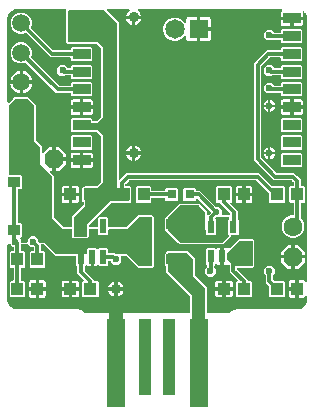
<source format=gtl>
G04 EAGLE Gerber X2 export*
G75*
%MOMM*%
%FSLAX34Y34*%
%LPD*%
%AMOC8*
5,1,8,0,0,1.08239X$1,22.5*%
G01*
%ADD10R,1.100000X1.000000*%
%ADD11R,0.600000X1.100000*%
%ADD12C,1.500000*%
%ADD13R,0.650000X0.850000*%
%ADD14R,0.550000X1.200000*%
%ADD15C,1.650000*%
%ADD16R,1.650000X1.650000*%
%ADD17R,0.550000X1.700000*%
%ADD18R,1.000000X0.900000*%
%ADD19R,1.000000X1.100000*%
%ADD20R,1.500000X7.500000*%
%ADD21R,1.000000X6.500000*%
%ADD22R,1.485000X0.900000*%
%ADD23P,1.732040X8X202.500000*%
%ADD24C,1.600200*%
%ADD25R,0.800000X0.800000*%
%ADD26P,1.732040X8X112.500000*%
%ADD27C,0.600000*%
%ADD28C,0.900000*%
%ADD29C,0.304800*%

G36*
X100024Y79255D02*
X100024Y79255D01*
X100049Y79252D01*
X100144Y79275D01*
X100241Y79290D01*
X100262Y79302D01*
X100286Y79308D01*
X100370Y79359D01*
X100456Y79405D01*
X100473Y79423D01*
X100494Y79436D01*
X100556Y79512D01*
X100623Y79584D01*
X100633Y79606D01*
X100649Y79625D01*
X100683Y79716D01*
X100724Y79806D01*
X100726Y79830D01*
X100735Y79853D01*
X100749Y80000D01*
X100749Y89239D01*
X156988Y89239D01*
X157008Y89242D01*
X157027Y89240D01*
X157129Y89262D01*
X157231Y89279D01*
X157248Y89288D01*
X157268Y89292D01*
X157357Y89345D01*
X157448Y89394D01*
X157462Y89408D01*
X157479Y89418D01*
X157546Y89497D01*
X157618Y89572D01*
X157626Y89590D01*
X157639Y89605D01*
X157678Y89701D01*
X157721Y89795D01*
X157723Y89815D01*
X157731Y89833D01*
X157749Y90000D01*
X157749Y103752D01*
X157735Y103842D01*
X157727Y103933D01*
X157715Y103963D01*
X157710Y103995D01*
X157667Y104076D01*
X157631Y104160D01*
X157605Y104192D01*
X157594Y104213D01*
X157571Y104235D01*
X157526Y104291D01*
X137749Y124068D01*
X137749Y128563D01*
X137735Y128653D01*
X137727Y128744D01*
X137715Y128774D01*
X137710Y128806D01*
X137667Y128886D01*
X137631Y128970D01*
X137605Y129003D01*
X137594Y129023D01*
X137571Y129045D01*
X137526Y129101D01*
X136499Y130128D01*
X136499Y139872D01*
X137397Y140770D01*
X137433Y140773D01*
X137463Y140785D01*
X137495Y140790D01*
X137576Y140833D01*
X137660Y140869D01*
X137692Y140895D01*
X137713Y140906D01*
X137735Y140929D01*
X137791Y140974D01*
X139068Y142251D01*
X155932Y142251D01*
X162251Y135932D01*
X162251Y121248D01*
X162265Y121158D01*
X162273Y121067D01*
X162285Y121037D01*
X162290Y121005D01*
X162333Y120924D01*
X162369Y120840D01*
X162395Y120808D01*
X162406Y120787D01*
X162429Y120765D01*
X162474Y120709D01*
X172251Y110932D01*
X172251Y90000D01*
X172254Y89980D01*
X172252Y89961D01*
X172274Y89859D01*
X172290Y89757D01*
X172300Y89740D01*
X172304Y89720D01*
X172357Y89631D01*
X172406Y89540D01*
X172420Y89526D01*
X172430Y89509D01*
X172509Y89442D01*
X172584Y89371D01*
X172602Y89362D01*
X172617Y89349D01*
X172713Y89310D01*
X172807Y89267D01*
X172827Y89265D01*
X172845Y89257D01*
X173012Y89239D01*
X190167Y89239D01*
X190257Y89254D01*
X190348Y89261D01*
X190378Y89273D01*
X190410Y89279D01*
X190491Y89321D01*
X190574Y89357D01*
X190607Y89383D01*
X190627Y89394D01*
X190649Y89417D01*
X190705Y89462D01*
X192487Y91244D01*
X197362Y93263D01*
X250000Y93263D01*
X250026Y93267D01*
X250075Y93266D01*
X251240Y93381D01*
X251268Y93388D01*
X251296Y93389D01*
X251457Y93435D01*
X253611Y94328D01*
X253667Y94362D01*
X253727Y94388D01*
X253792Y94440D01*
X253820Y94457D01*
X253833Y94472D01*
X253858Y94493D01*
X255507Y96142D01*
X255545Y96195D01*
X255591Y96242D01*
X255631Y96315D01*
X255651Y96341D01*
X255656Y96360D01*
X255672Y96389D01*
X256565Y98543D01*
X256571Y98570D01*
X256584Y98595D01*
X256619Y98760D01*
X256734Y99925D01*
X256732Y99952D01*
X256737Y100000D01*
X256737Y103265D01*
X256730Y103312D01*
X256731Y103360D01*
X256710Y103433D01*
X256698Y103507D01*
X256675Y103550D01*
X256661Y103596D01*
X256618Y103658D01*
X256582Y103725D01*
X256548Y103758D01*
X256520Y103797D01*
X256459Y103842D01*
X256404Y103894D01*
X256361Y103914D01*
X256322Y103943D01*
X256250Y103966D01*
X256181Y103998D01*
X256133Y104003D01*
X256088Y104018D01*
X256012Y104017D01*
X255937Y104025D01*
X255890Y104015D01*
X255842Y104014D01*
X255770Y103989D01*
X255696Y103973D01*
X255655Y103948D01*
X255610Y103932D01*
X255550Y103885D01*
X255485Y103846D01*
X255454Y103810D01*
X255416Y103780D01*
X255340Y103677D01*
X255325Y103660D01*
X255323Y103653D01*
X255317Y103645D01*
X255101Y103271D01*
X254728Y102899D01*
X254272Y102636D01*
X253763Y102499D01*
X250023Y102499D01*
X250023Y109238D01*
X250020Y109258D01*
X250022Y109277D01*
X250000Y109379D01*
X249983Y109481D01*
X249974Y109498D01*
X249970Y109518D01*
X249917Y109607D01*
X249868Y109698D01*
X249854Y109712D01*
X249844Y109729D01*
X249765Y109796D01*
X249690Y109867D01*
X249672Y109876D01*
X249657Y109889D01*
X249561Y109928D01*
X249467Y109971D01*
X249447Y109973D01*
X249429Y109981D01*
X249262Y109999D01*
X248499Y109999D01*
X248499Y110001D01*
X249262Y110001D01*
X249282Y110004D01*
X249301Y110002D01*
X249403Y110024D01*
X249505Y110041D01*
X249522Y110050D01*
X249542Y110054D01*
X249631Y110107D01*
X249722Y110156D01*
X249736Y110170D01*
X249753Y110180D01*
X249820Y110259D01*
X249891Y110334D01*
X249900Y110352D01*
X249913Y110367D01*
X249952Y110463D01*
X249995Y110557D01*
X249997Y110577D01*
X250005Y110595D01*
X250023Y110762D01*
X250023Y117501D01*
X253763Y117501D01*
X254272Y117364D01*
X254728Y117101D01*
X255101Y116729D01*
X255317Y116355D01*
X255347Y116318D01*
X255370Y116275D01*
X255424Y116223D01*
X255473Y116164D01*
X255513Y116139D01*
X255548Y116106D01*
X255617Y116074D01*
X255681Y116034D01*
X255728Y116022D01*
X255771Y116002D01*
X255846Y115994D01*
X255920Y115976D01*
X255968Y115980D01*
X256015Y115975D01*
X256090Y115991D01*
X256165Y115998D01*
X256209Y116017D01*
X256256Y116027D01*
X256321Y116066D01*
X256390Y116097D01*
X256426Y116129D01*
X256467Y116154D01*
X256516Y116211D01*
X256572Y116262D01*
X256596Y116304D01*
X256627Y116340D01*
X256655Y116411D01*
X256692Y116477D01*
X256701Y116524D01*
X256719Y116569D01*
X256733Y116697D01*
X256737Y116719D01*
X256736Y116725D01*
X256737Y116735D01*
X256737Y340000D01*
X256733Y340026D01*
X256734Y340075D01*
X256619Y341240D01*
X256612Y341268D01*
X256611Y341296D01*
X256565Y341457D01*
X255672Y343611D01*
X255638Y343667D01*
X255612Y343727D01*
X255560Y343792D01*
X255543Y343820D01*
X255528Y343833D01*
X255507Y343858D01*
X254536Y344830D01*
X254497Y344858D01*
X254464Y344893D01*
X254397Y344929D01*
X254336Y344973D01*
X254290Y344988D01*
X254248Y345011D01*
X254173Y345024D01*
X254101Y345046D01*
X254053Y345045D01*
X254005Y345053D01*
X253931Y345041D01*
X253855Y345039D01*
X253810Y345023D01*
X253762Y345016D01*
X253695Y344981D01*
X253624Y344955D01*
X253586Y344925D01*
X253544Y344903D01*
X253491Y344849D01*
X253432Y344801D01*
X253406Y344761D01*
X253372Y344727D01*
X253340Y344658D01*
X253299Y344594D01*
X253287Y344548D01*
X253266Y344505D01*
X253257Y344429D01*
X253239Y344356D01*
X253242Y344308D01*
X253237Y344260D01*
X253256Y344133D01*
X253258Y344111D01*
X253260Y344105D01*
X253262Y344095D01*
X253351Y343763D01*
X253351Y340523D01*
X244687Y340523D01*
X244667Y340520D01*
X244648Y340522D01*
X244546Y340500D01*
X244444Y340483D01*
X244427Y340474D01*
X244407Y340470D01*
X244318Y340417D01*
X244227Y340368D01*
X244213Y340354D01*
X244196Y340344D01*
X244129Y340265D01*
X244058Y340190D01*
X244049Y340172D01*
X244036Y340157D01*
X243997Y340061D01*
X243954Y339967D01*
X243952Y339947D01*
X243944Y339929D01*
X243926Y339762D01*
X243926Y338999D01*
X243924Y338999D01*
X243924Y339762D01*
X243921Y339782D01*
X243923Y339801D01*
X243901Y339903D01*
X243884Y340005D01*
X243875Y340022D01*
X243871Y340042D01*
X243818Y340131D01*
X243769Y340222D01*
X243755Y340236D01*
X243745Y340253D01*
X243666Y340320D01*
X243591Y340391D01*
X243573Y340400D01*
X243558Y340413D01*
X243462Y340452D01*
X243368Y340495D01*
X243348Y340497D01*
X243330Y340505D01*
X243163Y340523D01*
X234499Y340523D01*
X234499Y343763D01*
X234636Y344272D01*
X234899Y344728D01*
X235271Y345101D01*
X235645Y345317D01*
X235682Y345347D01*
X235725Y345370D01*
X235777Y345425D01*
X235836Y345473D01*
X235861Y345513D01*
X235894Y345548D01*
X235926Y345617D01*
X235966Y345681D01*
X235978Y345727D01*
X235998Y345771D01*
X236006Y345846D01*
X236024Y345920D01*
X236020Y345968D01*
X236025Y346015D01*
X236009Y346090D01*
X236002Y346165D01*
X235983Y346209D01*
X235973Y346256D01*
X235934Y346321D01*
X235903Y346390D01*
X235871Y346426D01*
X235846Y346467D01*
X235789Y346516D01*
X235738Y346572D01*
X235696Y346596D01*
X235660Y346627D01*
X235589Y346655D01*
X235523Y346692D01*
X235476Y346701D01*
X235431Y346719D01*
X235303Y346733D01*
X235281Y346737D01*
X235275Y346736D01*
X235265Y346737D01*
X114127Y346737D01*
X114105Y346734D01*
X114082Y346736D01*
X113984Y346714D01*
X113885Y346698D01*
X113864Y346687D01*
X113842Y346682D01*
X113756Y346629D01*
X113667Y346582D01*
X113651Y346566D01*
X113632Y346554D01*
X113567Y346477D01*
X113498Y346404D01*
X113488Y346383D01*
X113473Y346366D01*
X113437Y346272D01*
X113394Y346181D01*
X113392Y346158D01*
X113383Y346137D01*
X113378Y346036D01*
X113367Y345937D01*
X113372Y345914D01*
X113371Y345891D01*
X113398Y345794D01*
X113419Y345696D01*
X113431Y345676D01*
X113438Y345654D01*
X113494Y345571D01*
X113546Y345485D01*
X113563Y345470D01*
X113576Y345451D01*
X113705Y345343D01*
X114144Y345049D01*
X115049Y344144D01*
X115761Y343079D01*
X116251Y341896D01*
X116330Y341499D01*
X110738Y341499D01*
X110719Y341496D01*
X110699Y341498D01*
X110597Y341476D01*
X110495Y341460D01*
X110478Y341450D01*
X110458Y341446D01*
X110369Y341393D01*
X110278Y341344D01*
X110264Y341330D01*
X110247Y341320D01*
X110180Y341241D01*
X110109Y341166D01*
X110100Y341148D01*
X110087Y341133D01*
X110049Y341037D01*
X110005Y340943D01*
X110003Y340923D01*
X109996Y340905D01*
X109983Y340981D01*
X109974Y340998D01*
X109970Y341018D01*
X109917Y341107D01*
X109868Y341198D01*
X109854Y341212D01*
X109844Y341229D01*
X109765Y341296D01*
X109690Y341368D01*
X109672Y341376D01*
X109657Y341389D01*
X109560Y341428D01*
X109467Y341471D01*
X109447Y341473D01*
X109429Y341481D01*
X109262Y341499D01*
X103670Y341499D01*
X103749Y341896D01*
X104239Y343079D01*
X104951Y344144D01*
X105856Y345049D01*
X106295Y345343D01*
X106312Y345359D01*
X106333Y345370D01*
X106402Y345442D01*
X106475Y345511D01*
X106486Y345531D01*
X106502Y345548D01*
X106544Y345639D01*
X106592Y345727D01*
X106596Y345750D01*
X106606Y345771D01*
X106617Y345871D01*
X106634Y345970D01*
X106630Y345993D01*
X106633Y346015D01*
X106611Y346114D01*
X106596Y346213D01*
X106585Y346233D01*
X106581Y346256D01*
X106529Y346342D01*
X106483Y346431D01*
X106466Y346447D01*
X106454Y346467D01*
X106378Y346532D01*
X106306Y346602D01*
X106285Y346612D01*
X106267Y346627D01*
X106174Y346665D01*
X106084Y346707D01*
X106061Y346710D01*
X106039Y346719D01*
X105873Y346737D01*
X88284Y346737D01*
X88213Y346726D01*
X88141Y346724D01*
X88092Y346706D01*
X88041Y346698D01*
X87977Y346664D01*
X87910Y346639D01*
X87869Y346607D01*
X87823Y346582D01*
X87774Y346530D01*
X87718Y346486D01*
X87690Y346442D01*
X87654Y346404D01*
X87624Y346339D01*
X87585Y346279D01*
X87572Y346228D01*
X87550Y346181D01*
X87543Y346110D01*
X87525Y346040D01*
X87529Y345988D01*
X87523Y345937D01*
X87539Y345866D01*
X87544Y345795D01*
X87564Y345747D01*
X87576Y345696D01*
X87612Y345635D01*
X87640Y345569D01*
X87685Y345513D01*
X87702Y345485D01*
X87720Y345470D01*
X87745Y345438D01*
X97251Y335932D01*
X97251Y203366D01*
X97262Y203295D01*
X97264Y203224D01*
X97282Y203175D01*
X97290Y203123D01*
X97324Y203060D01*
X97349Y202993D01*
X97381Y202952D01*
X97406Y202906D01*
X97458Y202857D01*
X97502Y202801D01*
X97546Y202772D01*
X97584Y202737D01*
X97649Y202706D01*
X97709Y202668D01*
X97760Y202655D01*
X97807Y202633D01*
X97878Y202625D01*
X97948Y202608D01*
X98000Y202612D01*
X98051Y202606D01*
X98122Y202621D01*
X98193Y202627D01*
X98241Y202647D01*
X98292Y202658D01*
X98353Y202695D01*
X98419Y202723D01*
X98475Y202768D01*
X98503Y202784D01*
X98518Y202802D01*
X98550Y202828D01*
X103795Y208073D01*
X106424Y208073D01*
X106497Y208043D01*
X106538Y208039D01*
X106560Y208032D01*
X106593Y208033D01*
X106664Y208025D01*
X216253Y208025D01*
X227054Y197224D01*
X227128Y197171D01*
X227197Y197111D01*
X227227Y197099D01*
X227254Y197080D01*
X227341Y197053D01*
X227425Y197019D01*
X227466Y197015D01*
X227489Y197008D01*
X227521Y197009D01*
X227592Y197001D01*
X237122Y197001D01*
X238001Y196122D01*
X238001Y183878D01*
X237122Y182999D01*
X225878Y182999D01*
X224999Y183878D01*
X224999Y190408D01*
X224985Y190498D01*
X224977Y190589D01*
X224965Y190619D01*
X224960Y190651D01*
X224917Y190731D01*
X224881Y190815D01*
X224855Y190847D01*
X224844Y190868D01*
X224821Y190890D01*
X224776Y190946D01*
X213970Y201752D01*
X213896Y201805D01*
X213827Y201865D01*
X213797Y201877D01*
X213770Y201896D01*
X213683Y201923D01*
X213599Y201957D01*
X213558Y201961D01*
X213535Y201968D01*
X213503Y201967D01*
X213432Y201975D01*
X106568Y201975D01*
X106478Y201961D01*
X106387Y201953D01*
X106357Y201941D01*
X106325Y201936D01*
X106245Y201893D01*
X106161Y201857D01*
X106129Y201831D01*
X106108Y201820D01*
X106086Y201797D01*
X106030Y201752D01*
X103248Y198970D01*
X103195Y198896D01*
X103135Y198827D01*
X103123Y198797D01*
X103104Y198770D01*
X103077Y198683D01*
X103043Y198599D01*
X103039Y198558D01*
X103032Y198535D01*
X103033Y198503D01*
X103025Y198432D01*
X103025Y198012D01*
X103028Y197992D01*
X103026Y197973D01*
X103048Y197871D01*
X103064Y197769D01*
X103074Y197752D01*
X103078Y197732D01*
X103131Y197643D01*
X103180Y197552D01*
X103194Y197538D01*
X103204Y197521D01*
X103283Y197454D01*
X103358Y197382D01*
X103376Y197374D01*
X103391Y197361D01*
X103487Y197322D01*
X103581Y197279D01*
X103601Y197277D01*
X103619Y197269D01*
X103786Y197251D01*
X105932Y197251D01*
X105959Y197224D01*
X106033Y197171D01*
X106103Y197111D01*
X106133Y197099D01*
X106159Y197080D01*
X106246Y197053D01*
X106331Y197019D01*
X106372Y197015D01*
X106394Y197008D01*
X106426Y197009D01*
X106498Y197001D01*
X107122Y197001D01*
X108001Y196122D01*
X108001Y183878D01*
X107122Y182999D01*
X106498Y182999D01*
X106408Y182985D01*
X106317Y182977D01*
X106287Y182965D01*
X106255Y182960D01*
X106174Y182917D01*
X106090Y182881D01*
X106058Y182855D01*
X106037Y182844D01*
X106015Y182821D01*
X105959Y182776D01*
X105932Y182749D01*
X91248Y182749D01*
X91158Y182735D01*
X91067Y182727D01*
X91037Y182715D01*
X91005Y182710D01*
X90924Y182667D01*
X90840Y182631D01*
X90808Y182605D01*
X90787Y182594D01*
X90765Y182571D01*
X90709Y182526D01*
X72474Y164291D01*
X72421Y164217D01*
X72361Y164147D01*
X72349Y164117D01*
X72330Y164091D01*
X72303Y164004D01*
X72269Y163919D01*
X72265Y163878D01*
X72258Y163856D01*
X72259Y163824D01*
X72251Y163752D01*
X72251Y163012D01*
X72254Y162992D01*
X72252Y162973D01*
X72274Y162871D01*
X72290Y162769D01*
X72300Y162752D01*
X72304Y162732D01*
X72357Y162643D01*
X72406Y162552D01*
X72420Y162538D01*
X72430Y162521D01*
X72509Y162454D01*
X72584Y162382D01*
X72602Y162374D01*
X72617Y162361D01*
X72713Y162322D01*
X72807Y162279D01*
X72827Y162277D01*
X72845Y162269D01*
X73012Y162251D01*
X79488Y162251D01*
X79508Y162254D01*
X79527Y162252D01*
X79629Y162274D01*
X79731Y162290D01*
X79748Y162300D01*
X79768Y162304D01*
X79857Y162357D01*
X79948Y162406D01*
X79962Y162420D01*
X79979Y162430D01*
X80046Y162509D01*
X80118Y162584D01*
X80126Y162602D01*
X80139Y162617D01*
X80178Y162713D01*
X80221Y162807D01*
X80223Y162827D01*
X80231Y162845D01*
X80249Y163012D01*
X80249Y169622D01*
X81128Y170501D01*
X87872Y170501D01*
X88751Y169622D01*
X88751Y163012D01*
X88754Y162992D01*
X88752Y162973D01*
X88774Y162871D01*
X88790Y162769D01*
X88800Y162752D01*
X88804Y162732D01*
X88857Y162643D01*
X88906Y162552D01*
X88920Y162538D01*
X88930Y162521D01*
X89009Y162454D01*
X89084Y162382D01*
X89102Y162374D01*
X89117Y162361D01*
X89213Y162322D01*
X89307Y162279D01*
X89327Y162277D01*
X89345Y162269D01*
X89512Y162251D01*
X103752Y162251D01*
X103842Y162265D01*
X103933Y162273D01*
X103963Y162285D01*
X103995Y162290D01*
X104076Y162333D01*
X104160Y162369D01*
X104192Y162395D01*
X104213Y162406D01*
X104235Y162429D01*
X104291Y162474D01*
X114068Y172251D01*
X125932Y172251D01*
X127251Y170932D01*
X127251Y129068D01*
X125932Y127749D01*
X114068Y127749D01*
X104291Y137526D01*
X104217Y137579D01*
X104147Y137639D01*
X104117Y137651D01*
X104091Y137670D01*
X104004Y137697D01*
X103919Y137731D01*
X103878Y137735D01*
X103856Y137742D01*
X103824Y137741D01*
X103752Y137749D01*
X100262Y137749D01*
X100242Y137746D01*
X100223Y137748D01*
X100121Y137726D01*
X100019Y137710D01*
X100002Y137700D01*
X99982Y137696D01*
X99893Y137643D01*
X99802Y137594D01*
X99788Y137580D01*
X99771Y137570D01*
X99704Y137491D01*
X99632Y137416D01*
X99624Y137398D01*
X99611Y137383D01*
X99572Y137287D01*
X99529Y137193D01*
X99527Y137173D01*
X99519Y137155D01*
X99501Y136988D01*
X99501Y133136D01*
X96864Y130499D01*
X93136Y130499D01*
X90499Y133136D01*
X90499Y133214D01*
X90496Y133234D01*
X90498Y133253D01*
X90476Y133355D01*
X90460Y133457D01*
X90450Y133474D01*
X90446Y133494D01*
X90393Y133583D01*
X90344Y133674D01*
X90330Y133688D01*
X90320Y133705D01*
X90241Y133772D01*
X90166Y133844D01*
X90148Y133852D01*
X90133Y133865D01*
X90037Y133904D01*
X89943Y133947D01*
X89923Y133949D01*
X89905Y133957D01*
X89738Y133975D01*
X89512Y133975D01*
X89492Y133972D01*
X89473Y133974D01*
X89371Y133952D01*
X89269Y133936D01*
X89252Y133926D01*
X89232Y133922D01*
X89143Y133869D01*
X89052Y133820D01*
X89038Y133806D01*
X89021Y133796D01*
X88954Y133717D01*
X88882Y133642D01*
X88874Y133624D01*
X88861Y133609D01*
X88822Y133513D01*
X88779Y133419D01*
X88777Y133399D01*
X88769Y133381D01*
X88751Y133214D01*
X88751Y130378D01*
X87872Y129499D01*
X81128Y129499D01*
X80603Y130024D01*
X80507Y130093D01*
X80411Y130164D01*
X80407Y130165D01*
X80404Y130168D01*
X80290Y130203D01*
X80177Y130239D01*
X80173Y130239D01*
X80169Y130240D01*
X80049Y130237D01*
X79931Y130235D01*
X79927Y130234D01*
X79923Y130234D01*
X79811Y130193D01*
X79699Y130153D01*
X79696Y130151D01*
X79692Y130149D01*
X79599Y130076D01*
X79505Y130002D01*
X79502Y129998D01*
X79500Y129996D01*
X79492Y129984D01*
X79406Y129867D01*
X79351Y129772D01*
X78978Y129399D01*
X78522Y129136D01*
X78013Y128999D01*
X76374Y128999D01*
X76374Y136387D01*
X76371Y136406D01*
X76373Y136426D01*
X76351Y136528D01*
X76335Y136630D01*
X76325Y136647D01*
X76321Y136667D01*
X76268Y136756D01*
X76219Y136847D01*
X76205Y136861D01*
X76195Y136878D01*
X76116Y136945D01*
X76041Y137016D01*
X76023Y137025D01*
X76008Y137038D01*
X75912Y137076D01*
X75818Y137120D01*
X75798Y137122D01*
X75780Y137130D01*
X75613Y137148D01*
X74387Y137148D01*
X74367Y137145D01*
X74347Y137147D01*
X74246Y137125D01*
X74144Y137108D01*
X74127Y137099D01*
X74107Y137095D01*
X74018Y137042D01*
X73927Y136993D01*
X73913Y136979D01*
X73896Y136969D01*
X73829Y136890D01*
X73757Y136815D01*
X73749Y136797D01*
X73736Y136782D01*
X73697Y136685D01*
X73654Y136592D01*
X73652Y136572D01*
X73644Y136554D01*
X73626Y136387D01*
X73626Y128999D01*
X71987Y128999D01*
X71478Y129136D01*
X71022Y129399D01*
X70649Y129772D01*
X70594Y129867D01*
X70519Y129958D01*
X70445Y130051D01*
X70441Y130054D01*
X70438Y130057D01*
X70338Y130120D01*
X70238Y130184D01*
X70234Y130185D01*
X70230Y130188D01*
X70114Y130215D01*
X69999Y130244D01*
X69995Y130244D01*
X69991Y130245D01*
X69871Y130234D01*
X69754Y130225D01*
X69750Y130224D01*
X69746Y130223D01*
X69635Y130175D01*
X69528Y130129D01*
X69524Y130126D01*
X69521Y130125D01*
X69510Y130115D01*
X69397Y130024D01*
X68748Y129375D01*
X68695Y129301D01*
X68635Y129232D01*
X68623Y129202D01*
X68604Y129176D01*
X68577Y129089D01*
X68556Y129036D01*
X68553Y129029D01*
X68553Y129027D01*
X68543Y129004D01*
X68539Y128963D01*
X68532Y128941D01*
X68533Y128908D01*
X68525Y128837D01*
X68525Y126068D01*
X68539Y125978D01*
X68547Y125887D01*
X68559Y125857D01*
X68564Y125825D01*
X68607Y125745D01*
X68643Y125661D01*
X68669Y125629D01*
X68680Y125608D01*
X68703Y125586D01*
X68748Y125530D01*
X76525Y117753D01*
X76525Y117262D01*
X76528Y117242D01*
X76526Y117223D01*
X76548Y117121D01*
X76564Y117019D01*
X76574Y117002D01*
X76578Y116982D01*
X76631Y116893D01*
X76680Y116802D01*
X76694Y116788D01*
X76704Y116771D01*
X76783Y116704D01*
X76858Y116632D01*
X76876Y116624D01*
X76891Y116611D01*
X76987Y116572D01*
X77081Y116529D01*
X77101Y116527D01*
X77119Y116519D01*
X77286Y116501D01*
X79622Y116501D01*
X80501Y115622D01*
X80501Y104378D01*
X79622Y103499D01*
X67378Y103499D01*
X66499Y104378D01*
X66499Y115622D01*
X67378Y116501D01*
X67384Y116501D01*
X67455Y116512D01*
X67526Y116514D01*
X67575Y116532D01*
X67627Y116540D01*
X67690Y116574D01*
X67757Y116599D01*
X67798Y116631D01*
X67844Y116656D01*
X67893Y116708D01*
X67949Y116752D01*
X67978Y116796D01*
X68013Y116834D01*
X68044Y116899D01*
X68082Y116959D01*
X68095Y117010D01*
X68117Y117057D01*
X68125Y117128D01*
X68142Y117198D01*
X68138Y117250D01*
X68144Y117301D01*
X68129Y117372D01*
X68123Y117443D01*
X68103Y117491D01*
X68092Y117542D01*
X68055Y117603D01*
X68027Y117669D01*
X67982Y117725D01*
X67966Y117753D01*
X67948Y117768D01*
X67922Y117800D01*
X62475Y123247D01*
X62475Y128837D01*
X62473Y128851D01*
X62474Y128863D01*
X62461Y128924D01*
X62461Y128927D01*
X62453Y129018D01*
X62441Y129048D01*
X62436Y129080D01*
X62393Y129160D01*
X62357Y129244D01*
X62331Y129276D01*
X62320Y129297D01*
X62297Y129319D01*
X62252Y129375D01*
X61249Y130378D01*
X61249Y136988D01*
X61246Y137008D01*
X61248Y137027D01*
X61226Y137129D01*
X61210Y137231D01*
X61200Y137248D01*
X61196Y137268D01*
X61143Y137357D01*
X61094Y137448D01*
X61080Y137462D01*
X61070Y137479D01*
X60991Y137546D01*
X60916Y137618D01*
X60898Y137626D01*
X60883Y137639D01*
X60787Y137678D01*
X60693Y137721D01*
X60673Y137723D01*
X60655Y137731D01*
X60488Y137749D01*
X44068Y137749D01*
X34291Y147526D01*
X34217Y147579D01*
X34147Y147639D01*
X34117Y147651D01*
X34091Y147670D01*
X34004Y147697D01*
X33919Y147731D01*
X33878Y147735D01*
X33856Y147742D01*
X33824Y147741D01*
X33752Y147749D01*
X32286Y147749D01*
X32266Y147746D01*
X32247Y147748D01*
X32145Y147726D01*
X32043Y147710D01*
X32026Y147700D01*
X32006Y147696D01*
X31917Y147643D01*
X31826Y147594D01*
X31812Y147580D01*
X31795Y147570D01*
X31728Y147491D01*
X31656Y147416D01*
X31648Y147398D01*
X31635Y147383D01*
X31596Y147287D01*
X31553Y147193D01*
X31551Y147173D01*
X31543Y147155D01*
X31525Y146988D01*
X31525Y142762D01*
X31528Y142742D01*
X31526Y142723D01*
X31548Y142621D01*
X31564Y142519D01*
X31574Y142502D01*
X31578Y142482D01*
X31631Y142393D01*
X31680Y142302D01*
X31694Y142288D01*
X31704Y142271D01*
X31783Y142204D01*
X31858Y142132D01*
X31876Y142124D01*
X31891Y142111D01*
X31987Y142072D01*
X32081Y142029D01*
X32101Y142027D01*
X32119Y142019D01*
X32286Y142001D01*
X34122Y142001D01*
X35001Y141122D01*
X35001Y128878D01*
X34122Y127999D01*
X22878Y127999D01*
X21999Y128878D01*
X21999Y141122D01*
X22878Y142001D01*
X24714Y142001D01*
X24734Y142004D01*
X24753Y142002D01*
X24855Y142024D01*
X24957Y142040D01*
X24974Y142050D01*
X24994Y142054D01*
X25083Y142107D01*
X25174Y142156D01*
X25188Y142170D01*
X25205Y142180D01*
X25272Y142259D01*
X25344Y142334D01*
X25352Y142352D01*
X25365Y142367D01*
X25404Y142463D01*
X25447Y142557D01*
X25449Y142577D01*
X25457Y142595D01*
X25475Y142762D01*
X25475Y144738D01*
X25472Y144758D01*
X25474Y144777D01*
X25452Y144879D01*
X25436Y144981D01*
X25426Y144998D01*
X25422Y145018D01*
X25369Y145107D01*
X25320Y145198D01*
X25306Y145212D01*
X25296Y145229D01*
X25217Y145296D01*
X25142Y145368D01*
X25124Y145376D01*
X25109Y145389D01*
X25013Y145428D01*
X24919Y145471D01*
X24899Y145473D01*
X24881Y145481D01*
X24714Y145499D01*
X23136Y145499D01*
X21109Y147526D01*
X21035Y147579D01*
X20965Y147639D01*
X20935Y147651D01*
X20909Y147670D01*
X20822Y147697D01*
X20737Y147731D01*
X20696Y147735D01*
X20674Y147742D01*
X20642Y147741D01*
X20570Y147749D01*
X15286Y147749D01*
X15266Y147746D01*
X15247Y147748D01*
X15145Y147726D01*
X15043Y147710D01*
X15026Y147700D01*
X15006Y147696D01*
X14917Y147643D01*
X14826Y147594D01*
X14812Y147580D01*
X14795Y147570D01*
X14728Y147491D01*
X14656Y147416D01*
X14648Y147398D01*
X14635Y147383D01*
X14596Y147287D01*
X14553Y147193D01*
X14551Y147173D01*
X14543Y147155D01*
X14525Y146988D01*
X14525Y142762D01*
X14528Y142742D01*
X14526Y142723D01*
X14548Y142621D01*
X14564Y142519D01*
X14574Y142502D01*
X14578Y142482D01*
X14631Y142393D01*
X14680Y142302D01*
X14694Y142288D01*
X14704Y142271D01*
X14783Y142204D01*
X14858Y142132D01*
X14876Y142124D01*
X14891Y142111D01*
X14987Y142072D01*
X15081Y142029D01*
X15101Y142027D01*
X15119Y142019D01*
X15286Y142001D01*
X17122Y142001D01*
X18001Y141122D01*
X18001Y128878D01*
X17122Y127999D01*
X15286Y127999D01*
X15266Y127996D01*
X15247Y127998D01*
X15145Y127976D01*
X15043Y127960D01*
X15026Y127950D01*
X15006Y127946D01*
X14917Y127893D01*
X14826Y127844D01*
X14812Y127830D01*
X14795Y127820D01*
X14728Y127741D01*
X14656Y127666D01*
X14648Y127648D01*
X14635Y127633D01*
X14596Y127537D01*
X14553Y127443D01*
X14551Y127423D01*
X14543Y127405D01*
X14525Y127238D01*
X14525Y117762D01*
X14528Y117742D01*
X14526Y117723D01*
X14548Y117621D01*
X14564Y117519D01*
X14574Y117502D01*
X14578Y117482D01*
X14631Y117393D01*
X14680Y117302D01*
X14694Y117288D01*
X14704Y117271D01*
X14783Y117204D01*
X14858Y117132D01*
X14876Y117124D01*
X14891Y117111D01*
X14987Y117072D01*
X15081Y117029D01*
X15101Y117027D01*
X15119Y117019D01*
X15286Y117001D01*
X17122Y117001D01*
X18001Y116122D01*
X18001Y103878D01*
X17122Y102999D01*
X5878Y102999D01*
X4999Y103878D01*
X4999Y116122D01*
X5878Y117001D01*
X7714Y117001D01*
X7734Y117004D01*
X7753Y117002D01*
X7855Y117024D01*
X7957Y117040D01*
X7974Y117050D01*
X7994Y117054D01*
X8083Y117107D01*
X8174Y117156D01*
X8188Y117170D01*
X8205Y117180D01*
X8272Y117259D01*
X8344Y117334D01*
X8352Y117352D01*
X8365Y117367D01*
X8404Y117463D01*
X8447Y117557D01*
X8449Y117577D01*
X8457Y117595D01*
X8475Y117762D01*
X8475Y127238D01*
X8472Y127258D01*
X8474Y127277D01*
X8452Y127379D01*
X8436Y127481D01*
X8426Y127498D01*
X8422Y127518D01*
X8369Y127607D01*
X8320Y127698D01*
X8306Y127712D01*
X8296Y127729D01*
X8217Y127796D01*
X8142Y127868D01*
X8124Y127876D01*
X8109Y127889D01*
X8013Y127928D01*
X7919Y127971D01*
X7899Y127973D01*
X7881Y127981D01*
X7714Y127999D01*
X5878Y127999D01*
X4999Y128878D01*
X4999Y141122D01*
X5878Y142001D01*
X7714Y142001D01*
X7734Y142004D01*
X7753Y142002D01*
X7855Y142024D01*
X7957Y142040D01*
X7974Y142050D01*
X7994Y142054D01*
X8083Y142107D01*
X8174Y142156D01*
X8188Y142170D01*
X8205Y142180D01*
X8272Y142259D01*
X8344Y142334D01*
X8352Y142352D01*
X8365Y142367D01*
X8404Y142463D01*
X8447Y142557D01*
X8449Y142577D01*
X8457Y142595D01*
X8475Y142762D01*
X8475Y144844D01*
X8461Y144934D01*
X8453Y145025D01*
X8441Y145055D01*
X8436Y145087D01*
X8393Y145168D01*
X8357Y145252D01*
X8331Y145284D01*
X8320Y145305D01*
X8297Y145327D01*
X8252Y145383D01*
X6109Y147526D01*
X6035Y147579D01*
X5965Y147639D01*
X5935Y147651D01*
X5909Y147670D01*
X5822Y147697D01*
X5737Y147731D01*
X5696Y147735D01*
X5674Y147742D01*
X5642Y147741D01*
X5570Y147749D01*
X4024Y147749D01*
X4004Y147746D01*
X3985Y147748D01*
X3883Y147726D01*
X3781Y147710D01*
X3764Y147700D01*
X3744Y147696D01*
X3655Y147643D01*
X3564Y147594D01*
X3550Y147580D01*
X3533Y147570D01*
X3466Y147491D01*
X3394Y147416D01*
X3386Y147398D01*
X3373Y147383D01*
X3334Y147287D01*
X3291Y147193D01*
X3289Y147173D01*
X3281Y147155D01*
X3263Y146988D01*
X3263Y100000D01*
X3267Y99974D01*
X3266Y99925D01*
X3381Y98760D01*
X3388Y98732D01*
X3389Y98704D01*
X3435Y98543D01*
X4328Y96389D01*
X4362Y96333D01*
X4388Y96273D01*
X4440Y96208D01*
X4457Y96180D01*
X4472Y96167D01*
X4493Y96142D01*
X6142Y94493D01*
X6195Y94455D01*
X6242Y94409D01*
X6315Y94369D01*
X6341Y94349D01*
X6360Y94344D01*
X6389Y94328D01*
X8543Y93435D01*
X8570Y93429D01*
X8595Y93416D01*
X8760Y93381D01*
X9925Y93266D01*
X9952Y93268D01*
X10000Y93263D01*
X62638Y93263D01*
X67513Y91244D01*
X69295Y89462D01*
X69369Y89409D01*
X69438Y89349D01*
X69468Y89337D01*
X69494Y89318D01*
X69581Y89291D01*
X69666Y89257D01*
X69707Y89253D01*
X69729Y89246D01*
X69762Y89247D01*
X69833Y89239D01*
X89251Y89239D01*
X89251Y80000D01*
X89255Y79976D01*
X89252Y79951D01*
X89275Y79856D01*
X89290Y79759D01*
X89302Y79738D01*
X89308Y79714D01*
X89359Y79630D01*
X89405Y79544D01*
X89423Y79527D01*
X89436Y79506D01*
X89512Y79444D01*
X89584Y79377D01*
X89606Y79367D01*
X89625Y79352D01*
X89716Y79317D01*
X89806Y79276D01*
X89830Y79274D01*
X89853Y79265D01*
X90000Y79251D01*
X100000Y79251D01*
X100024Y79255D01*
G37*
G36*
X57008Y162254D02*
X57008Y162254D01*
X57027Y162252D01*
X57129Y162274D01*
X57231Y162290D01*
X57248Y162300D01*
X57268Y162304D01*
X57357Y162357D01*
X57448Y162406D01*
X57462Y162420D01*
X57479Y162430D01*
X57546Y162509D01*
X57618Y162584D01*
X57626Y162602D01*
X57639Y162617D01*
X57678Y162713D01*
X57721Y162807D01*
X57723Y162827D01*
X57731Y162845D01*
X57749Y163012D01*
X57749Y170932D01*
X67526Y180709D01*
X67579Y180783D01*
X67639Y180853D01*
X67651Y180883D01*
X67670Y180909D01*
X67697Y180996D01*
X67731Y181081D01*
X67735Y181122D01*
X67742Y181144D01*
X67741Y181176D01*
X67749Y181248D01*
X67749Y182813D01*
X67735Y182903D01*
X67727Y182994D01*
X67715Y183024D01*
X67710Y183056D01*
X67667Y183136D01*
X67631Y183220D01*
X67605Y183253D01*
X67594Y183273D01*
X67571Y183295D01*
X67526Y183351D01*
X66499Y184378D01*
X66499Y195622D01*
X67378Y196501D01*
X68002Y196501D01*
X68092Y196515D01*
X68183Y196523D01*
X68213Y196535D01*
X68245Y196540D01*
X68326Y196583D01*
X68410Y196619D01*
X68442Y196645D01*
X68463Y196656D01*
X68485Y196679D01*
X68541Y196724D01*
X69068Y197251D01*
X78752Y197251D01*
X78842Y197265D01*
X78933Y197273D01*
X78963Y197285D01*
X78995Y197290D01*
X79076Y197333D01*
X79160Y197369D01*
X79192Y197395D01*
X79213Y197406D01*
X79235Y197429D01*
X79291Y197474D01*
X82526Y200709D01*
X82579Y200783D01*
X82639Y200853D01*
X82651Y200883D01*
X82670Y200909D01*
X82697Y200996D01*
X82731Y201081D01*
X82735Y201122D01*
X82742Y201144D01*
X82741Y201176D01*
X82749Y201248D01*
X82749Y238752D01*
X82735Y238842D01*
X82727Y238933D01*
X82715Y238963D01*
X82710Y238995D01*
X82667Y239076D01*
X82631Y239160D01*
X82605Y239192D01*
X82594Y239213D01*
X82571Y239235D01*
X82526Y239291D01*
X79291Y242526D01*
X79217Y242579D01*
X79147Y242639D01*
X79117Y242651D01*
X79091Y242670D01*
X79004Y242697D01*
X78919Y242731D01*
X78878Y242735D01*
X78856Y242742D01*
X78824Y242741D01*
X78752Y242749D01*
X59068Y242749D01*
X59041Y242776D01*
X58967Y242829D01*
X58897Y242889D01*
X58867Y242901D01*
X58841Y242920D01*
X58754Y242947D01*
X58669Y242981D01*
X58628Y242985D01*
X58606Y242992D01*
X58574Y242991D01*
X58502Y242999D01*
X58028Y242999D01*
X57149Y243878D01*
X57149Y254122D01*
X58028Y255001D01*
X74122Y255001D01*
X75001Y254122D01*
X75001Y253012D01*
X75004Y252992D01*
X75002Y252973D01*
X75024Y252871D01*
X75040Y252769D01*
X75050Y252752D01*
X75054Y252732D01*
X75107Y252643D01*
X75156Y252552D01*
X75170Y252538D01*
X75180Y252521D01*
X75259Y252454D01*
X75334Y252382D01*
X75352Y252374D01*
X75367Y252361D01*
X75463Y252322D01*
X75557Y252279D01*
X75577Y252277D01*
X75595Y252269D01*
X75762Y252251D01*
X78752Y252251D01*
X78842Y252265D01*
X78933Y252273D01*
X78963Y252285D01*
X78995Y252290D01*
X79076Y252333D01*
X79160Y252369D01*
X79192Y252395D01*
X79213Y252406D01*
X79235Y252429D01*
X79291Y252474D01*
X82526Y255709D01*
X82579Y255783D01*
X82639Y255853D01*
X82651Y255883D01*
X82670Y255909D01*
X82697Y255996D01*
X82731Y256081D01*
X82735Y256122D01*
X82742Y256144D01*
X82741Y256176D01*
X82749Y256248D01*
X82749Y313752D01*
X82735Y313842D01*
X82727Y313933D01*
X82715Y313963D01*
X82710Y313995D01*
X82667Y314076D01*
X82631Y314160D01*
X82605Y314192D01*
X82594Y314213D01*
X82571Y314235D01*
X82526Y314291D01*
X79291Y317526D01*
X79217Y317579D01*
X79147Y317639D01*
X79117Y317651D01*
X79091Y317670D01*
X79004Y317697D01*
X78919Y317731D01*
X78878Y317735D01*
X78856Y317742D01*
X78824Y317741D01*
X78752Y317749D01*
X54068Y317749D01*
X52749Y319068D01*
X52749Y345976D01*
X52746Y345996D01*
X52748Y346015D01*
X52726Y346117D01*
X52710Y346219D01*
X52700Y346236D01*
X52696Y346256D01*
X52643Y346345D01*
X52594Y346436D01*
X52580Y346450D01*
X52570Y346467D01*
X52491Y346534D01*
X52416Y346606D01*
X52398Y346614D01*
X52383Y346627D01*
X52287Y346666D01*
X52193Y346709D01*
X52173Y346711D01*
X52155Y346719D01*
X51988Y346737D01*
X10000Y346737D01*
X9974Y346733D01*
X9925Y346734D01*
X8760Y346619D01*
X8732Y346612D01*
X8704Y346611D01*
X8543Y346565D01*
X6389Y345672D01*
X6333Y345638D01*
X6273Y345612D01*
X6208Y345560D01*
X6180Y345543D01*
X6167Y345528D01*
X6142Y345507D01*
X4493Y343858D01*
X4455Y343805D01*
X4409Y343758D01*
X4369Y343685D01*
X4349Y343659D01*
X4344Y343640D01*
X4328Y343611D01*
X3435Y341457D01*
X3429Y341430D01*
X3416Y341405D01*
X3381Y341240D01*
X3266Y340075D01*
X3268Y340048D01*
X3263Y340000D01*
X3263Y268284D01*
X3274Y268213D01*
X3276Y268141D01*
X3294Y268092D01*
X3302Y268041D01*
X3336Y267977D01*
X3361Y267910D01*
X3393Y267869D01*
X3418Y267823D01*
X3470Y267774D01*
X3514Y267718D01*
X3558Y267690D01*
X3596Y267654D01*
X3661Y267624D01*
X3721Y267585D01*
X3772Y267572D01*
X3819Y267550D01*
X3890Y267543D01*
X3960Y267525D01*
X4012Y267529D01*
X4063Y267523D01*
X4134Y267539D01*
X4205Y267544D01*
X4253Y267564D01*
X4304Y267576D01*
X4365Y267612D01*
X4431Y267640D01*
X4487Y267685D01*
X4515Y267702D01*
X4530Y267720D01*
X4562Y267745D01*
X7526Y270709D01*
X9068Y272251D01*
X20932Y272251D01*
X27251Y265932D01*
X27251Y236248D01*
X27265Y236158D01*
X27273Y236067D01*
X27285Y236037D01*
X27290Y236005D01*
X27333Y235924D01*
X27369Y235840D01*
X27395Y235808D01*
X27406Y235787D01*
X27429Y235765D01*
X27474Y235709D01*
X32251Y230932D01*
X32251Y225533D01*
X32262Y225462D01*
X32264Y225391D01*
X32282Y225342D01*
X32290Y225290D01*
X32324Y225227D01*
X32349Y225160D01*
X32381Y225119D01*
X32406Y225073D01*
X32458Y225024D01*
X32502Y224968D01*
X32546Y224939D01*
X32584Y224904D01*
X32649Y224873D01*
X32709Y224835D01*
X32760Y224822D01*
X32807Y224800D01*
X32878Y224792D01*
X32948Y224775D01*
X33000Y224779D01*
X33051Y224773D01*
X33122Y224788D01*
X33193Y224794D01*
X33241Y224814D01*
X33292Y224825D01*
X33353Y224862D01*
X33419Y224890D01*
X33475Y224935D01*
X33503Y224951D01*
X33518Y224969D01*
X33550Y224995D01*
X38557Y230002D01*
X41177Y230002D01*
X41177Y220762D01*
X41180Y220742D01*
X41178Y220723D01*
X41200Y220621D01*
X41217Y220519D01*
X41226Y220502D01*
X41230Y220482D01*
X41283Y220393D01*
X41332Y220302D01*
X41346Y220288D01*
X41356Y220271D01*
X41435Y220204D01*
X41510Y220133D01*
X41528Y220124D01*
X41543Y220111D01*
X41639Y220073D01*
X41733Y220029D01*
X41753Y220027D01*
X41771Y220019D01*
X41938Y220001D01*
X42701Y220001D01*
X42701Y219999D01*
X41938Y219999D01*
X41918Y219996D01*
X41899Y219998D01*
X41797Y219976D01*
X41695Y219959D01*
X41678Y219950D01*
X41658Y219946D01*
X41569Y219893D01*
X41478Y219844D01*
X41464Y219830D01*
X41447Y219820D01*
X41380Y219741D01*
X41309Y219666D01*
X41300Y219648D01*
X41287Y219633D01*
X41248Y219537D01*
X41205Y219443D01*
X41203Y219423D01*
X41195Y219405D01*
X41177Y219238D01*
X41177Y209998D01*
X40023Y209998D01*
X39952Y209987D01*
X39880Y209985D01*
X39831Y209967D01*
X39780Y209959D01*
X39716Y209925D01*
X39649Y209900D01*
X39609Y209868D01*
X39562Y209843D01*
X39513Y209791D01*
X39457Y209747D01*
X39429Y209703D01*
X39393Y209665D01*
X39363Y209600D01*
X39324Y209540D01*
X39311Y209489D01*
X39289Y209442D01*
X39282Y209371D01*
X39264Y209301D01*
X39268Y209249D01*
X39262Y209198D01*
X39278Y209127D01*
X39283Y209056D01*
X39303Y209008D01*
X39315Y208957D01*
X39351Y208896D01*
X39379Y208830D01*
X39424Y208774D01*
X39441Y208746D01*
X39459Y208731D01*
X39484Y208699D01*
X40709Y207474D01*
X42251Y205932D01*
X42251Y171248D01*
X42265Y171158D01*
X42273Y171067D01*
X42285Y171037D01*
X42290Y171005D01*
X42333Y170924D01*
X42369Y170840D01*
X42395Y170808D01*
X42406Y170787D01*
X42429Y170765D01*
X42474Y170709D01*
X50709Y162474D01*
X50783Y162421D01*
X50853Y162361D01*
X50883Y162349D01*
X50909Y162330D01*
X50996Y162303D01*
X51081Y162269D01*
X51122Y162265D01*
X51144Y162258D01*
X51176Y162259D01*
X51248Y162251D01*
X56988Y162251D01*
X57008Y162254D01*
G37*
G36*
X125024Y129255D02*
X125024Y129255D01*
X125049Y129252D01*
X125144Y129275D01*
X125241Y129290D01*
X125262Y129302D01*
X125286Y129308D01*
X125370Y129359D01*
X125456Y129405D01*
X125473Y129423D01*
X125494Y129436D01*
X125556Y129512D01*
X125623Y129584D01*
X125633Y129606D01*
X125649Y129625D01*
X125683Y129716D01*
X125724Y129806D01*
X125726Y129830D01*
X125735Y129853D01*
X125749Y130000D01*
X125749Y170000D01*
X125745Y170024D01*
X125748Y170049D01*
X125726Y170144D01*
X125710Y170241D01*
X125698Y170262D01*
X125692Y170286D01*
X125641Y170370D01*
X125595Y170456D01*
X125577Y170473D01*
X125564Y170494D01*
X125488Y170556D01*
X125417Y170623D01*
X125394Y170633D01*
X125375Y170649D01*
X125284Y170683D01*
X125194Y170724D01*
X125170Y170726D01*
X125147Y170735D01*
X125000Y170749D01*
X115000Y170749D01*
X114904Y170733D01*
X114807Y170724D01*
X114784Y170714D01*
X114759Y170710D01*
X114673Y170664D01*
X114584Y170623D01*
X114559Y170602D01*
X114544Y170595D01*
X114527Y170576D01*
X114470Y170530D01*
X104690Y160749D01*
X89500Y160749D01*
X89476Y160745D01*
X89451Y160748D01*
X89356Y160726D01*
X89259Y160710D01*
X89238Y160698D01*
X89214Y160692D01*
X89130Y160641D01*
X89044Y160595D01*
X89027Y160577D01*
X89006Y160564D01*
X88944Y160488D01*
X88877Y160417D01*
X88867Y160394D01*
X88851Y160375D01*
X88817Y160284D01*
X88776Y160194D01*
X88774Y160170D01*
X88765Y160147D01*
X88751Y160000D01*
X88751Y156378D01*
X87872Y155499D01*
X81128Y155499D01*
X80249Y156378D01*
X80249Y160000D01*
X80247Y160013D01*
X80248Y160019D01*
X80246Y160028D01*
X80248Y160049D01*
X80226Y160144D01*
X80210Y160241D01*
X80198Y160262D01*
X80192Y160286D01*
X80141Y160370D01*
X80095Y160456D01*
X80077Y160473D01*
X80064Y160494D01*
X79988Y160556D01*
X79917Y160623D01*
X79894Y160633D01*
X79875Y160649D01*
X79784Y160683D01*
X79694Y160724D01*
X79670Y160726D01*
X79647Y160735D01*
X79500Y160749D01*
X73000Y160749D01*
X72976Y160745D01*
X72951Y160748D01*
X72856Y160726D01*
X72759Y160710D01*
X72738Y160698D01*
X72714Y160692D01*
X72630Y160641D01*
X72544Y160595D01*
X72527Y160577D01*
X72506Y160564D01*
X72444Y160488D01*
X72377Y160417D01*
X72367Y160394D01*
X72351Y160375D01*
X72317Y160284D01*
X72276Y160194D01*
X72274Y160170D01*
X72265Y160147D01*
X72251Y160000D01*
X72251Y154068D01*
X70932Y152749D01*
X59068Y152749D01*
X57749Y154068D01*
X57749Y160000D01*
X57747Y160013D01*
X57748Y160019D01*
X57746Y160028D01*
X57748Y160049D01*
X57726Y160144D01*
X57710Y160241D01*
X57698Y160262D01*
X57692Y160286D01*
X57641Y160370D01*
X57595Y160456D01*
X57577Y160473D01*
X57564Y160494D01*
X57488Y160556D01*
X57417Y160623D01*
X57394Y160633D01*
X57375Y160649D01*
X57284Y160683D01*
X57194Y160724D01*
X57170Y160726D01*
X57147Y160735D01*
X57000Y160749D01*
X50310Y160749D01*
X40749Y170310D01*
X40749Y205000D01*
X40733Y205096D01*
X40724Y205193D01*
X40714Y205216D01*
X40710Y205241D01*
X40664Y205327D01*
X40623Y205416D01*
X40602Y205441D01*
X40595Y205456D01*
X40576Y205473D01*
X40530Y205530D01*
X30749Y215310D01*
X30749Y230000D01*
X30733Y230096D01*
X30724Y230193D01*
X30714Y230216D01*
X30710Y230241D01*
X30664Y230327D01*
X30623Y230416D01*
X30602Y230441D01*
X30595Y230456D01*
X30576Y230473D01*
X30530Y230530D01*
X25749Y235310D01*
X25749Y265000D01*
X25733Y265096D01*
X25724Y265193D01*
X25714Y265216D01*
X25710Y265241D01*
X25664Y265327D01*
X25623Y265416D01*
X25602Y265441D01*
X25595Y265456D01*
X25576Y265473D01*
X25530Y265530D01*
X20530Y270530D01*
X20450Y270587D01*
X20375Y270649D01*
X20352Y270657D01*
X20331Y270672D01*
X20238Y270700D01*
X20147Y270735D01*
X20114Y270738D01*
X20098Y270743D01*
X20073Y270742D01*
X20000Y270749D01*
X10000Y270749D01*
X9904Y270733D01*
X9807Y270724D01*
X9784Y270714D01*
X9759Y270710D01*
X9673Y270664D01*
X9584Y270623D01*
X9559Y270602D01*
X9544Y270595D01*
X9527Y270576D01*
X9470Y270530D01*
X4470Y265530D01*
X4413Y265450D01*
X4352Y265375D01*
X4343Y265352D01*
X4328Y265331D01*
X4300Y265238D01*
X4265Y265147D01*
X4262Y265114D01*
X4257Y265098D01*
X4258Y265073D01*
X4251Y265000D01*
X4251Y207250D01*
X4255Y207226D01*
X4252Y207201D01*
X4275Y207106D01*
X4290Y207009D01*
X4302Y206988D01*
X4308Y206964D01*
X4359Y206880D01*
X4405Y206794D01*
X4423Y206777D01*
X4436Y206756D01*
X4512Y206694D01*
X4584Y206627D01*
X4606Y206617D01*
X4625Y206601D01*
X4716Y206567D01*
X4806Y206526D01*
X4830Y206524D01*
X4853Y206515D01*
X5000Y206501D01*
X14372Y206501D01*
X15251Y205622D01*
X15251Y195378D01*
X14372Y194499D01*
X12524Y194499D01*
X12500Y194495D01*
X12475Y194498D01*
X12380Y194476D01*
X12283Y194460D01*
X12262Y194448D01*
X12238Y194442D01*
X12154Y194391D01*
X12068Y194345D01*
X12051Y194327D01*
X12030Y194314D01*
X11968Y194238D01*
X11901Y194167D01*
X11891Y194144D01*
X11875Y194125D01*
X11841Y194034D01*
X11800Y193944D01*
X11798Y193920D01*
X11789Y193897D01*
X11775Y193750D01*
X11775Y166250D01*
X11779Y166226D01*
X11776Y166201D01*
X11798Y166106D01*
X11814Y166009D01*
X11826Y165988D01*
X11832Y165964D01*
X11883Y165880D01*
X11929Y165794D01*
X11947Y165777D01*
X11960Y165756D01*
X12036Y165694D01*
X12107Y165627D01*
X12130Y165617D01*
X12149Y165601D01*
X12240Y165567D01*
X12330Y165526D01*
X12354Y165524D01*
X12377Y165515D01*
X12524Y165501D01*
X14372Y165501D01*
X15251Y164622D01*
X15251Y154378D01*
X14152Y153280D01*
X14148Y153275D01*
X14112Y153244D01*
X14085Y153202D01*
X14052Y153167D01*
X14021Y153100D01*
X14010Y153082D01*
X14010Y153081D01*
X13983Y153037D01*
X13971Y152989D01*
X13951Y152944D01*
X13944Y152871D01*
X13927Y152800D01*
X13932Y152751D01*
X13927Y152701D01*
X13944Y152630D01*
X13951Y152557D01*
X13971Y152512D01*
X13982Y152464D01*
X14021Y152401D01*
X14051Y152334D01*
X14098Y152278D01*
X14111Y152256D01*
X14124Y152246D01*
X14145Y152220D01*
X14501Y151864D01*
X14501Y150087D01*
X14517Y149991D01*
X14526Y149894D01*
X14536Y149871D01*
X14540Y149846D01*
X14554Y149820D01*
X14564Y149759D01*
X14576Y149738D01*
X14582Y149714D01*
X14633Y149630D01*
X14679Y149544D01*
X14697Y149527D01*
X14710Y149506D01*
X14786Y149444D01*
X14857Y149377D01*
X14880Y149367D01*
X14899Y149352D01*
X14990Y149317D01*
X15080Y149276D01*
X15104Y149274D01*
X15127Y149265D01*
X15274Y149251D01*
X19750Y149251D01*
X19774Y149255D01*
X19799Y149252D01*
X19894Y149275D01*
X19991Y149290D01*
X20012Y149302D01*
X20036Y149308D01*
X20120Y149359D01*
X20206Y149405D01*
X20223Y149423D01*
X20244Y149436D01*
X20306Y149512D01*
X20373Y149584D01*
X20383Y149606D01*
X20399Y149625D01*
X20433Y149716D01*
X20474Y149806D01*
X20476Y149830D01*
X20485Y149853D01*
X20499Y150000D01*
X20499Y151864D01*
X23136Y154501D01*
X26864Y154501D01*
X29501Y151864D01*
X29501Y150087D01*
X29517Y149991D01*
X29526Y149894D01*
X29536Y149871D01*
X29540Y149846D01*
X29586Y149760D01*
X29627Y149672D01*
X29648Y149646D01*
X29655Y149631D01*
X29674Y149614D01*
X29720Y149557D01*
X29807Y149470D01*
X29887Y149413D01*
X29962Y149352D01*
X29985Y149343D01*
X30006Y149328D01*
X30099Y149300D01*
X30190Y149265D01*
X30223Y149262D01*
X30239Y149257D01*
X30264Y149258D01*
X30337Y149251D01*
X34690Y149251D01*
X44470Y139470D01*
X44550Y139413D01*
X44625Y139352D01*
X44648Y139343D01*
X44669Y139328D01*
X44762Y139300D01*
X44853Y139265D01*
X44886Y139262D01*
X44902Y139257D01*
X44927Y139258D01*
X45000Y139251D01*
X70000Y139251D01*
X70024Y139255D01*
X70049Y139252D01*
X70144Y139275D01*
X70241Y139290D01*
X70262Y139302D01*
X70286Y139308D01*
X70370Y139359D01*
X70456Y139405D01*
X70473Y139423D01*
X70494Y139436D01*
X70556Y139512D01*
X70623Y139584D01*
X70633Y139606D01*
X70649Y139625D01*
X70683Y139716D01*
X70724Y139806D01*
X70726Y139830D01*
X70735Y139853D01*
X70749Y140000D01*
X70749Y143622D01*
X71628Y144501D01*
X78372Y144501D01*
X79220Y143652D01*
X79240Y143638D01*
X79256Y143619D01*
X79339Y143567D01*
X79419Y143510D01*
X79442Y143503D01*
X79463Y143490D01*
X79558Y143468D01*
X79652Y143439D01*
X79676Y143440D01*
X79700Y143434D01*
X79798Y143444D01*
X79896Y143447D01*
X79919Y143456D01*
X79943Y143458D01*
X80032Y143498D01*
X80124Y143533D01*
X80143Y143548D01*
X80166Y143559D01*
X80280Y143652D01*
X81128Y144501D01*
X87872Y144501D01*
X88751Y143622D01*
X88751Y140774D01*
X88755Y140750D01*
X88752Y140725D01*
X88774Y140630D01*
X88790Y140533D01*
X88802Y140512D01*
X88808Y140488D01*
X88859Y140404D01*
X88905Y140318D01*
X88923Y140301D01*
X88936Y140280D01*
X89012Y140218D01*
X89083Y140151D01*
X89106Y140141D01*
X89125Y140125D01*
X89216Y140091D01*
X89306Y140050D01*
X89330Y140048D01*
X89353Y140039D01*
X89500Y140025D01*
X94253Y140025D01*
X94557Y139720D01*
X94637Y139663D01*
X94712Y139601D01*
X94735Y139593D01*
X94756Y139578D01*
X94849Y139550D01*
X94940Y139515D01*
X94973Y139512D01*
X94989Y139507D01*
X95014Y139508D01*
X95087Y139501D01*
X96864Y139501D01*
X96895Y139470D01*
X96974Y139413D01*
X97049Y139352D01*
X97073Y139343D01*
X97093Y139328D01*
X97186Y139300D01*
X97278Y139265D01*
X97311Y139262D01*
X97327Y139257D01*
X97351Y139258D01*
X97425Y139251D01*
X104690Y139251D01*
X114470Y129470D01*
X114550Y129413D01*
X114625Y129352D01*
X114648Y129343D01*
X114669Y129328D01*
X114762Y129300D01*
X114853Y129265D01*
X114886Y129262D01*
X114902Y129257D01*
X114927Y129258D01*
X115000Y129251D01*
X125000Y129251D01*
X125024Y129255D01*
G37*
G36*
X70024Y154255D02*
X70024Y154255D01*
X70049Y154252D01*
X70144Y154275D01*
X70241Y154290D01*
X70262Y154302D01*
X70286Y154308D01*
X70370Y154359D01*
X70456Y154405D01*
X70473Y154423D01*
X70494Y154436D01*
X70556Y154512D01*
X70623Y154584D01*
X70633Y154606D01*
X70649Y154625D01*
X70683Y154716D01*
X70724Y154806D01*
X70726Y154830D01*
X70735Y154853D01*
X70749Y155000D01*
X70749Y164690D01*
X90310Y184251D01*
X105000Y184251D01*
X105024Y184255D01*
X105049Y184252D01*
X105144Y184275D01*
X105241Y184290D01*
X105262Y184302D01*
X105286Y184308D01*
X105370Y184359D01*
X105456Y184405D01*
X105473Y184423D01*
X105494Y184436D01*
X105556Y184512D01*
X105623Y184584D01*
X105633Y184606D01*
X105649Y184625D01*
X105683Y184716D01*
X105724Y184806D01*
X105726Y184830D01*
X105735Y184853D01*
X105749Y185000D01*
X105749Y195000D01*
X105745Y195024D01*
X105748Y195049D01*
X105726Y195144D01*
X105710Y195241D01*
X105698Y195262D01*
X105692Y195286D01*
X105641Y195370D01*
X105595Y195456D01*
X105577Y195473D01*
X105564Y195494D01*
X105488Y195556D01*
X105417Y195623D01*
X105394Y195633D01*
X105375Y195649D01*
X105284Y195683D01*
X105194Y195724D01*
X105170Y195726D01*
X105147Y195735D01*
X105000Y195749D01*
X95749Y195749D01*
X95749Y335000D01*
X95733Y335096D01*
X95724Y335193D01*
X95714Y335216D01*
X95710Y335241D01*
X95664Y335327D01*
X95623Y335416D01*
X95602Y335441D01*
X95595Y335456D01*
X95576Y335473D01*
X95530Y335530D01*
X85530Y345530D01*
X85450Y345587D01*
X85375Y345649D01*
X85352Y345657D01*
X85331Y345672D01*
X85238Y345700D01*
X85147Y345735D01*
X85114Y345738D01*
X85098Y345743D01*
X85073Y345742D01*
X85000Y345749D01*
X55000Y345749D01*
X54976Y345745D01*
X54951Y345748D01*
X54856Y345726D01*
X54759Y345710D01*
X54738Y345698D01*
X54714Y345692D01*
X54630Y345641D01*
X54544Y345595D01*
X54527Y345577D01*
X54506Y345564D01*
X54444Y345488D01*
X54377Y345417D01*
X54367Y345394D01*
X54352Y345375D01*
X54317Y345284D01*
X54276Y345194D01*
X54274Y345170D01*
X54265Y345147D01*
X54251Y345000D01*
X54251Y320000D01*
X54255Y319976D01*
X54252Y319951D01*
X54275Y319856D01*
X54290Y319759D01*
X54302Y319738D01*
X54308Y319714D01*
X54359Y319630D01*
X54405Y319544D01*
X54423Y319527D01*
X54436Y319506D01*
X54512Y319444D01*
X54584Y319377D01*
X54606Y319367D01*
X54625Y319352D01*
X54716Y319317D01*
X54806Y319276D01*
X54830Y319274D01*
X54853Y319265D01*
X55000Y319251D01*
X79690Y319251D01*
X84251Y314690D01*
X84251Y255310D01*
X79690Y250749D01*
X60000Y250749D01*
X59976Y250745D01*
X59951Y250748D01*
X59856Y250726D01*
X59759Y250710D01*
X59738Y250698D01*
X59714Y250692D01*
X59630Y250641D01*
X59544Y250595D01*
X59527Y250577D01*
X59506Y250564D01*
X59444Y250488D01*
X59377Y250417D01*
X59367Y250394D01*
X59352Y250375D01*
X59317Y250284D01*
X59276Y250194D01*
X59274Y250170D01*
X59265Y250147D01*
X59251Y250000D01*
X59251Y245000D01*
X59255Y244976D01*
X59252Y244951D01*
X59275Y244856D01*
X59290Y244759D01*
X59302Y244738D01*
X59308Y244714D01*
X59359Y244630D01*
X59405Y244544D01*
X59423Y244527D01*
X59436Y244506D01*
X59512Y244444D01*
X59584Y244377D01*
X59606Y244367D01*
X59625Y244352D01*
X59716Y244317D01*
X59806Y244276D01*
X59830Y244274D01*
X59853Y244265D01*
X60000Y244251D01*
X79690Y244251D01*
X84251Y239690D01*
X84251Y200310D01*
X79690Y195749D01*
X70000Y195749D01*
X69976Y195745D01*
X69951Y195748D01*
X69856Y195726D01*
X69759Y195710D01*
X69738Y195698D01*
X69714Y195692D01*
X69630Y195641D01*
X69544Y195595D01*
X69527Y195577D01*
X69506Y195564D01*
X69444Y195488D01*
X69377Y195417D01*
X69367Y195394D01*
X69352Y195375D01*
X69317Y195284D01*
X69276Y195194D01*
X69274Y195170D01*
X69265Y195147D01*
X69251Y195000D01*
X69251Y180310D01*
X59470Y170530D01*
X59413Y170450D01*
X59352Y170375D01*
X59343Y170352D01*
X59328Y170331D01*
X59300Y170238D01*
X59283Y170194D01*
X59276Y170179D01*
X59276Y170175D01*
X59265Y170147D01*
X59262Y170114D01*
X59257Y170098D01*
X59258Y170073D01*
X59251Y170000D01*
X59251Y155000D01*
X59255Y154976D01*
X59252Y154951D01*
X59275Y154856D01*
X59290Y154759D01*
X59302Y154738D01*
X59308Y154714D01*
X59359Y154630D01*
X59405Y154544D01*
X59423Y154527D01*
X59436Y154506D01*
X59512Y154444D01*
X59584Y154377D01*
X59606Y154367D01*
X59625Y154352D01*
X59716Y154317D01*
X59806Y154276D01*
X59830Y154274D01*
X59853Y154265D01*
X60000Y154251D01*
X70000Y154251D01*
X70024Y154255D01*
G37*
%LPC*%
G36*
X149063Y147737D02*
X149063Y147737D01*
X147514Y149286D01*
X137774Y159026D01*
X137700Y159079D01*
X137630Y159139D01*
X137600Y159151D01*
X137574Y159170D01*
X137487Y159197D01*
X137402Y159231D01*
X137396Y159231D01*
X136499Y160128D01*
X136499Y169872D01*
X137399Y170771D01*
X137416Y170773D01*
X137446Y170785D01*
X137478Y170790D01*
X137559Y170833D01*
X137643Y170869D01*
X137675Y170895D01*
X137696Y170906D01*
X137718Y170929D01*
X137774Y170974D01*
X149063Y182263D01*
X165937Y182263D01*
X172263Y175937D01*
X172263Y173378D01*
X172274Y173307D01*
X172276Y173236D01*
X172294Y173187D01*
X172302Y173135D01*
X172336Y173072D01*
X172361Y173005D01*
X172393Y172964D01*
X172418Y172918D01*
X172469Y172869D01*
X172514Y172813D01*
X172558Y172784D01*
X172596Y172749D01*
X172661Y172718D01*
X172721Y172680D01*
X172772Y172667D01*
X172819Y172645D01*
X172890Y172637D01*
X172960Y172620D01*
X173012Y172624D01*
X173063Y172618D01*
X173134Y172633D01*
X173205Y172639D01*
X173253Y172659D01*
X173304Y172670D01*
X173365Y172707D01*
X173431Y172735D01*
X173487Y172780D01*
X173515Y172796D01*
X173530Y172814D01*
X173562Y172840D01*
X175184Y174462D01*
X175196Y174478D01*
X175211Y174490D01*
X175267Y174578D01*
X175328Y174661D01*
X175333Y174680D01*
X175344Y174697D01*
X175370Y174798D01*
X175400Y174897D01*
X175399Y174916D01*
X175404Y174936D01*
X175396Y175039D01*
X175394Y175142D01*
X175387Y175161D01*
X175385Y175181D01*
X175345Y175276D01*
X175309Y175373D01*
X175297Y175389D01*
X175289Y175407D01*
X175184Y175538D01*
X164300Y186422D01*
X164242Y186464D01*
X164190Y186513D01*
X164143Y186535D01*
X164101Y186566D01*
X164032Y186587D01*
X163967Y186617D01*
X163915Y186623D01*
X163865Y186638D01*
X163794Y186636D01*
X163723Y186644D01*
X163672Y186633D01*
X163620Y186632D01*
X163552Y186607D01*
X163482Y186592D01*
X163437Y186565D01*
X163389Y186547D01*
X163333Y186502D01*
X163271Y186466D01*
X163237Y186426D01*
X163197Y186394D01*
X163158Y186333D01*
X163111Y186279D01*
X163092Y186230D01*
X163064Y186187D01*
X163046Y186117D01*
X163019Y186051D01*
X163011Y185979D01*
X163003Y185948D01*
X163005Y185925D01*
X163001Y185884D01*
X163001Y185378D01*
X162122Y184499D01*
X152878Y184499D01*
X151999Y185378D01*
X151999Y194622D01*
X152878Y195501D01*
X162122Y195501D01*
X163001Y194622D01*
X163001Y193786D01*
X163004Y193766D01*
X163002Y193747D01*
X163024Y193645D01*
X163040Y193543D01*
X163050Y193526D01*
X163054Y193506D01*
X163107Y193417D01*
X163156Y193326D01*
X163170Y193312D01*
X163180Y193295D01*
X163259Y193228D01*
X163334Y193156D01*
X163352Y193148D01*
X163367Y193135D01*
X163463Y193096D01*
X163557Y193053D01*
X163577Y193051D01*
X163595Y193043D01*
X163762Y193025D01*
X166253Y193025D01*
X179554Y179724D01*
X179628Y179671D01*
X179697Y179611D01*
X179727Y179599D01*
X179754Y179580D01*
X179841Y179553D01*
X179925Y179519D01*
X179966Y179515D01*
X179989Y179508D01*
X180021Y179509D01*
X180092Y179501D01*
X181864Y179501D01*
X184501Y176864D01*
X184501Y173024D01*
X184504Y173004D01*
X184502Y172985D01*
X184524Y172883D01*
X184540Y172781D01*
X184550Y172764D01*
X184554Y172744D01*
X184607Y172655D01*
X184656Y172564D01*
X184670Y172550D01*
X184680Y172533D01*
X184759Y172466D01*
X184834Y172394D01*
X184852Y172386D01*
X184867Y172373D01*
X184963Y172334D01*
X185057Y172291D01*
X185077Y172289D01*
X185095Y172281D01*
X185262Y172263D01*
X191214Y172263D01*
X191234Y172266D01*
X191253Y172264D01*
X191355Y172286D01*
X191457Y172302D01*
X191474Y172312D01*
X191494Y172316D01*
X191583Y172369D01*
X191674Y172418D01*
X191688Y172432D01*
X191705Y172442D01*
X191772Y172521D01*
X191844Y172596D01*
X191852Y172614D01*
X191865Y172629D01*
X191904Y172725D01*
X191947Y172819D01*
X191949Y172839D01*
X191957Y172857D01*
X191975Y173024D01*
X191975Y173432D01*
X191961Y173522D01*
X191953Y173613D01*
X191941Y173643D01*
X191936Y173675D01*
X191893Y173755D01*
X191857Y173839D01*
X191831Y173871D01*
X191820Y173892D01*
X191797Y173914D01*
X191752Y173970D01*
X183473Y182249D01*
X183472Y182258D01*
X183474Y182277D01*
X183452Y182379D01*
X183436Y182481D01*
X183426Y182498D01*
X183422Y182518D01*
X183369Y182607D01*
X183320Y182698D01*
X183306Y182712D01*
X183296Y182729D01*
X183217Y182796D01*
X183142Y182868D01*
X183124Y182876D01*
X183109Y182889D01*
X183013Y182928D01*
X182919Y182971D01*
X182899Y182973D01*
X182881Y182981D01*
X182714Y182999D01*
X180878Y182999D01*
X179999Y183878D01*
X179999Y196122D01*
X180878Y197001D01*
X192122Y197001D01*
X193001Y196122D01*
X193001Y183878D01*
X192238Y183116D01*
X192227Y183100D01*
X192211Y183087D01*
X192155Y183000D01*
X192095Y182916D01*
X192089Y182897D01*
X192078Y182880D01*
X192053Y182780D01*
X192022Y182681D01*
X192023Y182661D01*
X192018Y182642D01*
X192026Y182539D01*
X192029Y182435D01*
X192036Y182416D01*
X192037Y182397D01*
X192078Y182302D01*
X192113Y182204D01*
X192126Y182189D01*
X192133Y182170D01*
X192238Y182039D01*
X198025Y176253D01*
X198025Y169913D01*
X198027Y169901D01*
X198026Y169892D01*
X198036Y169847D01*
X198039Y169823D01*
X198047Y169732D01*
X198059Y169702D01*
X198064Y169670D01*
X198107Y169590D01*
X198143Y169506D01*
X198169Y169473D01*
X198180Y169453D01*
X198203Y169431D01*
X198248Y169375D01*
X199001Y168622D01*
X199001Y156378D01*
X198122Y155499D01*
X193024Y155499D01*
X193004Y155496D01*
X192985Y155498D01*
X192883Y155476D01*
X192781Y155460D01*
X192764Y155450D01*
X192744Y155446D01*
X192655Y155393D01*
X192564Y155344D01*
X192550Y155330D01*
X192533Y155320D01*
X192466Y155241D01*
X192394Y155166D01*
X192386Y155148D01*
X192373Y155133D01*
X192334Y155037D01*
X192291Y154943D01*
X192289Y154923D01*
X192281Y154905D01*
X192263Y154738D01*
X192263Y154063D01*
X185937Y147737D01*
X149063Y147737D01*
G37*
%LPD*%
%LPC*%
G36*
X243110Y153198D02*
X243110Y153198D01*
X239618Y154645D01*
X236945Y157318D01*
X235498Y160810D01*
X235498Y164590D01*
X236945Y168082D01*
X239618Y170755D01*
X243110Y172202D01*
X244714Y172202D01*
X244734Y172205D01*
X244753Y172203D01*
X244855Y172225D01*
X244957Y172241D01*
X244974Y172251D01*
X244994Y172255D01*
X245083Y172308D01*
X245174Y172357D01*
X245188Y172371D01*
X245205Y172381D01*
X245272Y172460D01*
X245344Y172535D01*
X245352Y172553D01*
X245365Y172568D01*
X245404Y172664D01*
X245447Y172758D01*
X245449Y172778D01*
X245457Y172796D01*
X245475Y172963D01*
X245475Y182238D01*
X245472Y182258D01*
X245474Y182277D01*
X245452Y182379D01*
X245436Y182481D01*
X245426Y182498D01*
X245422Y182518D01*
X245369Y182607D01*
X245320Y182698D01*
X245306Y182712D01*
X245296Y182729D01*
X245217Y182796D01*
X245142Y182868D01*
X245124Y182876D01*
X245109Y182889D01*
X245013Y182928D01*
X244919Y182971D01*
X244899Y182973D01*
X244881Y182981D01*
X244714Y182999D01*
X242878Y182999D01*
X241999Y183878D01*
X241999Y196122D01*
X242878Y197001D01*
X244714Y197001D01*
X244734Y197004D01*
X244753Y197002D01*
X244855Y197024D01*
X244957Y197040D01*
X244974Y197050D01*
X244994Y197054D01*
X245083Y197107D01*
X245174Y197156D01*
X245188Y197170D01*
X245205Y197180D01*
X245272Y197259D01*
X245344Y197334D01*
X245352Y197352D01*
X245365Y197367D01*
X245404Y197463D01*
X245447Y197557D01*
X245449Y197577D01*
X245457Y197595D01*
X245475Y197762D01*
X245475Y199932D01*
X245461Y200022D01*
X245453Y200113D01*
X245441Y200143D01*
X245436Y200175D01*
X245393Y200255D01*
X245357Y200339D01*
X245331Y200371D01*
X245320Y200392D01*
X245297Y200414D01*
X245252Y200470D01*
X243970Y201752D01*
X243896Y201805D01*
X243827Y201865D01*
X243797Y201877D01*
X243770Y201896D01*
X243683Y201923D01*
X243599Y201957D01*
X243558Y201961D01*
X243535Y201968D01*
X243503Y201967D01*
X243432Y201975D01*
X228747Y201975D01*
X211975Y218747D01*
X211975Y301253D01*
X222747Y312025D01*
X234238Y312025D01*
X234258Y312028D01*
X234277Y312026D01*
X234379Y312048D01*
X234481Y312064D01*
X234498Y312074D01*
X234518Y312078D01*
X234607Y312131D01*
X234698Y312180D01*
X234712Y312194D01*
X234729Y312204D01*
X234796Y312283D01*
X234868Y312358D01*
X234876Y312376D01*
X234889Y312391D01*
X234928Y312487D01*
X234971Y312581D01*
X234973Y312601D01*
X234981Y312619D01*
X234999Y312786D01*
X234999Y314122D01*
X235878Y315001D01*
X251972Y315001D01*
X252851Y314122D01*
X252851Y303878D01*
X251972Y302999D01*
X235878Y302999D01*
X234999Y303878D01*
X234999Y305214D01*
X234996Y305234D01*
X234998Y305253D01*
X234976Y305355D01*
X234960Y305457D01*
X234950Y305474D01*
X234946Y305494D01*
X234893Y305583D01*
X234844Y305674D01*
X234830Y305688D01*
X234820Y305705D01*
X234741Y305772D01*
X234666Y305844D01*
X234648Y305852D01*
X234633Y305865D01*
X234537Y305904D01*
X234443Y305947D01*
X234423Y305949D01*
X234405Y305957D01*
X234238Y305975D01*
X225568Y305975D01*
X225478Y305961D01*
X225387Y305953D01*
X225357Y305941D01*
X225325Y305936D01*
X225245Y305893D01*
X225161Y305857D01*
X225129Y305831D01*
X225108Y305820D01*
X225086Y305797D01*
X225030Y305752D01*
X218248Y298970D01*
X218195Y298896D01*
X218135Y298827D01*
X218123Y298797D01*
X218104Y298770D01*
X218077Y298683D01*
X218043Y298599D01*
X218039Y298558D01*
X218032Y298535D01*
X218033Y298503D01*
X218025Y298432D01*
X218025Y221568D01*
X218039Y221478D01*
X218047Y221387D01*
X218059Y221357D01*
X218064Y221325D01*
X218107Y221245D01*
X218143Y221161D01*
X218169Y221129D01*
X218180Y221108D01*
X218203Y221086D01*
X218248Y221030D01*
X231030Y208248D01*
X231104Y208195D01*
X231173Y208135D01*
X231203Y208123D01*
X231230Y208104D01*
X231317Y208077D01*
X231401Y208043D01*
X231442Y208039D01*
X231465Y208032D01*
X231497Y208033D01*
X231568Y208025D01*
X246253Y208025D01*
X248248Y206030D01*
X251525Y202753D01*
X251525Y197762D01*
X251528Y197742D01*
X251526Y197723D01*
X251548Y197621D01*
X251564Y197519D01*
X251574Y197502D01*
X251578Y197482D01*
X251631Y197393D01*
X251680Y197302D01*
X251694Y197288D01*
X251704Y197271D01*
X251783Y197204D01*
X251858Y197132D01*
X251876Y197124D01*
X251891Y197111D01*
X251987Y197072D01*
X252081Y197029D01*
X252101Y197027D01*
X252119Y197019D01*
X252286Y197001D01*
X254122Y197001D01*
X255001Y196122D01*
X255001Y183878D01*
X254122Y182999D01*
X252286Y182999D01*
X252266Y182996D01*
X252247Y182998D01*
X252145Y182976D01*
X252043Y182960D01*
X252026Y182950D01*
X252006Y182946D01*
X251917Y182893D01*
X251826Y182844D01*
X251812Y182830D01*
X251795Y182820D01*
X251728Y182741D01*
X251656Y182666D01*
X251648Y182648D01*
X251635Y182633D01*
X251596Y182537D01*
X251553Y182443D01*
X251551Y182423D01*
X251543Y182405D01*
X251525Y182238D01*
X251525Y169928D01*
X251528Y169910D01*
X251526Y169892D01*
X251541Y169823D01*
X251547Y169747D01*
X251559Y169717D01*
X251564Y169685D01*
X251575Y169666D01*
X251578Y169651D01*
X251610Y169598D01*
X251643Y169521D01*
X251669Y169488D01*
X251680Y169468D01*
X251698Y169450D01*
X251704Y169440D01*
X251714Y169432D01*
X251748Y169390D01*
X253055Y168082D01*
X254502Y164590D01*
X254502Y160810D01*
X253055Y157318D01*
X250382Y154645D01*
X246890Y153198D01*
X243110Y153198D01*
G37*
%LPD*%
G36*
X185090Y149254D02*
X185090Y149254D01*
X185181Y149261D01*
X185211Y149273D01*
X185243Y149279D01*
X185323Y149321D01*
X185407Y149357D01*
X185439Y149383D01*
X185460Y149394D01*
X185482Y149417D01*
X185538Y149462D01*
X190538Y154462D01*
X190591Y154536D01*
X190651Y154605D01*
X190663Y154635D01*
X190682Y154661D01*
X190709Y154748D01*
X190743Y154833D01*
X190747Y154874D01*
X190754Y154897D01*
X190753Y154929D01*
X190761Y155000D01*
X190761Y155301D01*
X190747Y155391D01*
X190739Y155482D01*
X190727Y155512D01*
X190722Y155544D01*
X190679Y155624D01*
X190643Y155708D01*
X190617Y155741D01*
X190606Y155761D01*
X190583Y155783D01*
X190554Y155819D01*
X190554Y155820D01*
X190538Y155839D01*
X189999Y156378D01*
X189999Y168622D01*
X190538Y169161D01*
X190591Y169235D01*
X190651Y169304D01*
X190663Y169334D01*
X190682Y169360D01*
X190709Y169447D01*
X190743Y169532D01*
X190747Y169573D01*
X190754Y169595D01*
X190753Y169628D01*
X190761Y169699D01*
X190761Y170000D01*
X190758Y170020D01*
X190760Y170039D01*
X190738Y170141D01*
X190722Y170243D01*
X190712Y170260D01*
X190708Y170280D01*
X190655Y170369D01*
X190606Y170460D01*
X190592Y170474D01*
X190582Y170491D01*
X190503Y170558D01*
X190428Y170630D01*
X190410Y170638D01*
X190395Y170651D01*
X190299Y170690D01*
X190205Y170733D01*
X190185Y170735D01*
X190167Y170743D01*
X190000Y170761D01*
X182442Y170761D01*
X182352Y170747D01*
X182261Y170739D01*
X182231Y170727D01*
X182199Y170722D01*
X182118Y170679D01*
X182034Y170643D01*
X182002Y170617D01*
X181981Y170606D01*
X181959Y170583D01*
X181903Y170538D01*
X181864Y170499D01*
X180092Y170499D01*
X180002Y170485D01*
X179911Y170477D01*
X179881Y170465D01*
X179849Y170460D01*
X179769Y170417D01*
X179685Y170381D01*
X179653Y170355D01*
X179632Y170344D01*
X179610Y170321D01*
X179554Y170276D01*
X179488Y170211D01*
X179477Y170195D01*
X179461Y170182D01*
X179405Y170095D01*
X179345Y170011D01*
X179339Y169992D01*
X179328Y169975D01*
X179303Y169875D01*
X179272Y169776D01*
X179273Y169756D01*
X179268Y169737D01*
X179276Y169634D01*
X179279Y169530D01*
X179286Y169511D01*
X179287Y169491D01*
X179328Y169396D01*
X179363Y169299D01*
X179376Y169283D01*
X179383Y169265D01*
X179488Y169134D01*
X180001Y168622D01*
X180001Y156378D01*
X179122Y155499D01*
X171878Y155499D01*
X170999Y156378D01*
X170999Y160000D01*
X170996Y160020D01*
X170998Y160039D01*
X170976Y160141D01*
X170960Y160243D01*
X170950Y160260D01*
X170946Y160280D01*
X170893Y160369D01*
X170844Y160460D01*
X170830Y160474D01*
X170820Y160491D01*
X170761Y160541D01*
X170761Y175000D01*
X170747Y175090D01*
X170739Y175181D01*
X170727Y175211D01*
X170722Y175243D01*
X170679Y175323D01*
X170643Y175407D01*
X170617Y175439D01*
X170606Y175460D01*
X170583Y175482D01*
X170538Y175538D01*
X165538Y180538D01*
X165464Y180591D01*
X165395Y180651D01*
X165365Y180663D01*
X165339Y180682D01*
X165252Y180709D01*
X165167Y180743D01*
X165126Y180747D01*
X165103Y180754D01*
X165071Y180753D01*
X165000Y180761D01*
X150000Y180761D01*
X149910Y180747D01*
X149819Y180739D01*
X149789Y180727D01*
X149757Y180722D01*
X149677Y180679D01*
X149593Y180643D01*
X149561Y180617D01*
X149540Y180606D01*
X149518Y180583D01*
X149462Y180538D01*
X139462Y170538D01*
X139409Y170464D01*
X139349Y170395D01*
X139337Y170365D01*
X139318Y170339D01*
X139291Y170252D01*
X139257Y170167D01*
X139253Y170126D01*
X139246Y170103D01*
X139247Y170071D01*
X139239Y170000D01*
X139239Y160000D01*
X139254Y159910D01*
X139261Y159819D01*
X139273Y159789D01*
X139279Y159757D01*
X139321Y159677D01*
X139357Y159593D01*
X139383Y159561D01*
X139394Y159540D01*
X139417Y159518D01*
X139462Y159462D01*
X149462Y149462D01*
X149536Y149409D01*
X149605Y149349D01*
X149635Y149337D01*
X149661Y149318D01*
X149748Y149291D01*
X149833Y149257D01*
X149874Y149253D01*
X149897Y149246D01*
X149929Y149247D01*
X150000Y149239D01*
X185000Y149239D01*
X185090Y149254D01*
G37*
G36*
X170024Y79255D02*
X170024Y79255D01*
X170049Y79252D01*
X170144Y79275D01*
X170241Y79290D01*
X170262Y79302D01*
X170286Y79308D01*
X170370Y79359D01*
X170456Y79405D01*
X170473Y79423D01*
X170494Y79436D01*
X170556Y79512D01*
X170623Y79584D01*
X170633Y79606D01*
X170649Y79625D01*
X170683Y79716D01*
X170724Y79806D01*
X170726Y79830D01*
X170735Y79853D01*
X170749Y80000D01*
X170749Y110000D01*
X170747Y110013D01*
X170748Y110019D01*
X170743Y110041D01*
X170733Y110096D01*
X170724Y110193D01*
X170714Y110216D01*
X170710Y110241D01*
X170664Y110327D01*
X170623Y110416D01*
X170602Y110441D01*
X170595Y110456D01*
X170576Y110473D01*
X170530Y110530D01*
X160749Y120310D01*
X160749Y135000D01*
X160733Y135096D01*
X160724Y135193D01*
X160714Y135216D01*
X160710Y135241D01*
X160664Y135327D01*
X160623Y135416D01*
X160602Y135441D01*
X160595Y135456D01*
X160576Y135473D01*
X160530Y135530D01*
X155530Y140530D01*
X155450Y140587D01*
X155375Y140649D01*
X155352Y140657D01*
X155331Y140672D01*
X155238Y140700D01*
X155147Y140735D01*
X155114Y140738D01*
X155098Y140743D01*
X155073Y140742D01*
X155000Y140749D01*
X140000Y140749D01*
X139976Y140745D01*
X139951Y140748D01*
X139856Y140726D01*
X139759Y140710D01*
X139738Y140698D01*
X139714Y140692D01*
X139630Y140641D01*
X139544Y140595D01*
X139527Y140577D01*
X139506Y140564D01*
X139444Y140488D01*
X139377Y140417D01*
X139367Y140394D01*
X139352Y140375D01*
X139317Y140284D01*
X139276Y140194D01*
X139274Y140170D01*
X139265Y140147D01*
X139251Y140000D01*
X139251Y125000D01*
X139267Y124904D01*
X139276Y124807D01*
X139286Y124784D01*
X139290Y124759D01*
X139336Y124673D01*
X139377Y124584D01*
X139398Y124559D01*
X139405Y124544D01*
X139424Y124527D01*
X139470Y124470D01*
X159251Y104690D01*
X159251Y80000D01*
X159255Y79976D01*
X159252Y79951D01*
X159275Y79856D01*
X159290Y79759D01*
X159302Y79738D01*
X159308Y79714D01*
X159359Y79630D01*
X159405Y79544D01*
X159423Y79527D01*
X159436Y79506D01*
X159512Y79444D01*
X159584Y79377D01*
X159606Y79367D01*
X159625Y79352D01*
X159716Y79317D01*
X159806Y79276D01*
X159830Y79274D01*
X159853Y79265D01*
X160000Y79251D01*
X170000Y79251D01*
X170024Y79255D01*
G37*
%LPC*%
G36*
X197378Y103499D02*
X197378Y103499D01*
X196499Y104378D01*
X196499Y115622D01*
X197378Y116501D01*
X197384Y116501D01*
X197455Y116512D01*
X197526Y116514D01*
X197575Y116532D01*
X197627Y116540D01*
X197690Y116574D01*
X197757Y116599D01*
X197798Y116631D01*
X197844Y116656D01*
X197893Y116708D01*
X197949Y116752D01*
X197978Y116796D01*
X198013Y116834D01*
X198044Y116899D01*
X198082Y116959D01*
X198095Y117010D01*
X198117Y117057D01*
X198125Y117128D01*
X198142Y117198D01*
X198138Y117250D01*
X198144Y117301D01*
X198129Y117372D01*
X198123Y117443D01*
X198103Y117491D01*
X198092Y117542D01*
X198055Y117603D01*
X198027Y117669D01*
X197982Y117725D01*
X197966Y117753D01*
X197948Y117768D01*
X197922Y117800D01*
X191475Y124247D01*
X191475Y129738D01*
X191472Y129758D01*
X191474Y129777D01*
X191452Y129879D01*
X191436Y129981D01*
X191426Y129998D01*
X191422Y130018D01*
X191369Y130107D01*
X191320Y130198D01*
X191306Y130212D01*
X191296Y130229D01*
X191217Y130296D01*
X191142Y130368D01*
X191124Y130376D01*
X191109Y130389D01*
X191013Y130428D01*
X190919Y130471D01*
X190905Y130473D01*
X190642Y130736D01*
X190626Y130747D01*
X190613Y130763D01*
X190526Y130819D01*
X190442Y130879D01*
X190423Y130885D01*
X190406Y130896D01*
X190306Y130921D01*
X190207Y130952D01*
X190187Y130951D01*
X190168Y130956D01*
X190065Y130948D01*
X189961Y130945D01*
X189942Y130939D01*
X189923Y130937D01*
X189827Y130896D01*
X189730Y130861D01*
X189715Y130848D01*
X189696Y130841D01*
X189565Y130736D01*
X189228Y130399D01*
X188772Y130136D01*
X188263Y129999D01*
X186499Y129999D01*
X186499Y136762D01*
X186496Y136781D01*
X186498Y136801D01*
X186476Y136903D01*
X186460Y137005D01*
X186450Y137022D01*
X186446Y137042D01*
X186393Y137131D01*
X186344Y137222D01*
X186330Y137236D01*
X186320Y137253D01*
X186241Y137320D01*
X186166Y137391D01*
X186148Y137400D01*
X186133Y137413D01*
X186037Y137451D01*
X185943Y137495D01*
X185923Y137497D01*
X185905Y137504D01*
X185981Y137517D01*
X185998Y137526D01*
X186018Y137530D01*
X186107Y137583D01*
X186198Y137632D01*
X186212Y137646D01*
X186229Y137656D01*
X186296Y137735D01*
X186368Y137810D01*
X186376Y137828D01*
X186389Y137843D01*
X186428Y137940D01*
X186471Y138033D01*
X186473Y138053D01*
X186481Y138071D01*
X186499Y138238D01*
X186499Y145001D01*
X188263Y145001D01*
X188772Y144864D01*
X189228Y144601D01*
X189565Y144264D01*
X189581Y144253D01*
X189594Y144237D01*
X189659Y144195D01*
X189701Y144159D01*
X189724Y144150D01*
X189765Y144121D01*
X189784Y144115D01*
X189801Y144104D01*
X189900Y144079D01*
X189929Y144067D01*
X189944Y144066D01*
X190000Y144048D01*
X190020Y144049D01*
X190039Y144044D01*
X190101Y144049D01*
X190111Y144049D01*
X190120Y144050D01*
X190142Y144052D01*
X190246Y144055D01*
X190265Y144061D01*
X190285Y144063D01*
X190339Y144086D01*
X190354Y144089D01*
X190388Y144107D01*
X190477Y144139D01*
X190493Y144152D01*
X190511Y144159D01*
X190556Y144196D01*
X190571Y144204D01*
X190587Y144221D01*
X190642Y144264D01*
X190878Y144501D01*
X191002Y144501D01*
X191093Y144515D01*
X191183Y144523D01*
X191213Y144535D01*
X191245Y144540D01*
X191326Y144583D01*
X191410Y144619D01*
X191442Y144645D01*
X191463Y144656D01*
X191485Y144679D01*
X191541Y144724D01*
X197526Y150709D01*
X199068Y152251D01*
X210932Y152251D01*
X212251Y150932D01*
X212251Y129068D01*
X210932Y127749D01*
X198366Y127749D01*
X198295Y127738D01*
X198224Y127736D01*
X198175Y127718D01*
X198123Y127710D01*
X198060Y127676D01*
X197993Y127651D01*
X197952Y127619D01*
X197906Y127594D01*
X197857Y127542D01*
X197801Y127498D01*
X197772Y127454D01*
X197737Y127416D01*
X197706Y127351D01*
X197668Y127291D01*
X197655Y127240D01*
X197633Y127193D01*
X197625Y127122D01*
X197608Y127052D01*
X197612Y127000D01*
X197606Y126949D01*
X197621Y126878D01*
X197627Y126807D01*
X197647Y126759D01*
X197658Y126708D01*
X197695Y126647D01*
X197723Y126581D01*
X197768Y126525D01*
X197784Y126497D01*
X197802Y126482D01*
X197828Y126450D01*
X206525Y117753D01*
X206525Y117262D01*
X206528Y117242D01*
X206526Y117223D01*
X206548Y117121D01*
X206564Y117019D01*
X206574Y117002D01*
X206578Y116982D01*
X206631Y116893D01*
X206680Y116802D01*
X206694Y116788D01*
X206704Y116771D01*
X206783Y116704D01*
X206858Y116632D01*
X206876Y116624D01*
X206891Y116611D01*
X206987Y116572D01*
X207081Y116529D01*
X207101Y116527D01*
X207119Y116519D01*
X207286Y116501D01*
X209622Y116501D01*
X210501Y115622D01*
X210501Y104378D01*
X209622Y103499D01*
X197378Y103499D01*
G37*
%LPD*%
%LPC*%
G36*
X58028Y272999D02*
X58028Y272999D01*
X57149Y273878D01*
X57149Y275214D01*
X57146Y275234D01*
X57148Y275253D01*
X57126Y275355D01*
X57110Y275457D01*
X57100Y275474D01*
X57096Y275494D01*
X57043Y275583D01*
X56994Y275674D01*
X56980Y275688D01*
X56970Y275705D01*
X56891Y275772D01*
X56816Y275844D01*
X56798Y275852D01*
X56783Y275865D01*
X56687Y275904D01*
X56593Y275947D01*
X56573Y275949D01*
X56555Y275957D01*
X56388Y275975D01*
X44747Y275975D01*
X19224Y301499D01*
X19130Y301566D01*
X19035Y301637D01*
X19029Y301638D01*
X19024Y301642D01*
X18913Y301676D01*
X18801Y301713D01*
X18795Y301713D01*
X18789Y301714D01*
X18672Y301711D01*
X18555Y301710D01*
X18548Y301708D01*
X18543Y301708D01*
X18526Y301702D01*
X18394Y301664D01*
X16790Y300999D01*
X13210Y300999D01*
X9901Y302370D01*
X7370Y304901D01*
X5999Y308210D01*
X5999Y311790D01*
X7370Y315099D01*
X9901Y317630D01*
X13210Y319001D01*
X16790Y319001D01*
X20099Y317630D01*
X22630Y315099D01*
X24001Y311790D01*
X24001Y308210D01*
X23336Y306606D01*
X23310Y306492D01*
X23281Y306379D01*
X23282Y306372D01*
X23280Y306366D01*
X23291Y306250D01*
X23300Y306133D01*
X23303Y306128D01*
X23303Y306121D01*
X23351Y306014D01*
X23397Y305907D01*
X23401Y305901D01*
X23403Y305897D01*
X23416Y305883D01*
X23501Y305776D01*
X47030Y282248D01*
X47104Y282195D01*
X47173Y282135D01*
X47203Y282123D01*
X47230Y282104D01*
X47317Y282077D01*
X47401Y282043D01*
X47442Y282039D01*
X47465Y282032D01*
X47497Y282033D01*
X47568Y282025D01*
X56388Y282025D01*
X56408Y282028D01*
X56427Y282026D01*
X56529Y282048D01*
X56631Y282064D01*
X56648Y282074D01*
X56668Y282078D01*
X56757Y282131D01*
X56848Y282180D01*
X56862Y282194D01*
X56879Y282204D01*
X56946Y282283D01*
X57018Y282358D01*
X57026Y282376D01*
X57039Y282391D01*
X57078Y282487D01*
X57121Y282581D01*
X57123Y282601D01*
X57131Y282619D01*
X57149Y282786D01*
X57149Y284122D01*
X58028Y285001D01*
X74122Y285001D01*
X75001Y284122D01*
X75001Y273878D01*
X74122Y272999D01*
X58028Y272999D01*
G37*
%LPD*%
%LPC*%
G36*
X58028Y302999D02*
X58028Y302999D01*
X57149Y303878D01*
X57149Y305214D01*
X57146Y305234D01*
X57148Y305253D01*
X57126Y305355D01*
X57110Y305457D01*
X57100Y305474D01*
X57096Y305494D01*
X57043Y305583D01*
X56994Y305674D01*
X56980Y305688D01*
X56970Y305705D01*
X56891Y305772D01*
X56816Y305844D01*
X56798Y305852D01*
X56783Y305865D01*
X56687Y305904D01*
X56593Y305947D01*
X56573Y305949D01*
X56555Y305957D01*
X56388Y305975D01*
X39747Y305975D01*
X19224Y326499D01*
X19130Y326566D01*
X19035Y326637D01*
X19029Y326638D01*
X19024Y326642D01*
X18913Y326676D01*
X18801Y326713D01*
X18795Y326713D01*
X18789Y326714D01*
X18672Y326711D01*
X18555Y326710D01*
X18548Y326708D01*
X18543Y326708D01*
X18526Y326702D01*
X18394Y326664D01*
X16790Y325999D01*
X13210Y325999D01*
X9901Y327370D01*
X7370Y329901D01*
X5999Y333210D01*
X5999Y336790D01*
X7370Y340099D01*
X9901Y342630D01*
X13210Y344001D01*
X16790Y344001D01*
X20099Y342630D01*
X22630Y340099D01*
X24001Y336790D01*
X24001Y333210D01*
X23336Y331606D01*
X23326Y331561D01*
X23307Y331521D01*
X23300Y331452D01*
X23281Y331379D01*
X23282Y331372D01*
X23280Y331366D01*
X23285Y331318D01*
X23280Y331277D01*
X23294Y331213D01*
X23300Y331133D01*
X23303Y331128D01*
X23303Y331121D01*
X23324Y331074D01*
X23332Y331036D01*
X23364Y330984D01*
X23397Y330907D01*
X23401Y330901D01*
X23403Y330897D01*
X23416Y330883D01*
X23449Y330842D01*
X23459Y330825D01*
X23469Y330816D01*
X23501Y330776D01*
X42030Y312248D01*
X42104Y312195D01*
X42173Y312135D01*
X42203Y312123D01*
X42230Y312104D01*
X42317Y312077D01*
X42401Y312043D01*
X42442Y312039D01*
X42465Y312032D01*
X42497Y312033D01*
X42568Y312025D01*
X56388Y312025D01*
X56408Y312028D01*
X56427Y312026D01*
X56529Y312048D01*
X56631Y312064D01*
X56648Y312074D01*
X56668Y312078D01*
X56757Y312131D01*
X56848Y312180D01*
X56862Y312194D01*
X56879Y312204D01*
X56946Y312283D01*
X57018Y312358D01*
X57026Y312376D01*
X57039Y312391D01*
X57078Y312487D01*
X57121Y312581D01*
X57123Y312601D01*
X57131Y312619D01*
X57149Y312786D01*
X57149Y314122D01*
X58028Y315001D01*
X74122Y315001D01*
X75001Y314122D01*
X75001Y303878D01*
X74122Y302999D01*
X58028Y302999D01*
G37*
%LPD*%
%LPC*%
G36*
X156487Y319749D02*
X156487Y319749D01*
X155978Y319886D01*
X155522Y320149D01*
X155149Y320522D01*
X154886Y320978D01*
X154749Y321487D01*
X154749Y324230D01*
X154734Y324326D01*
X154724Y324423D01*
X154714Y324447D01*
X154710Y324473D01*
X154664Y324559D01*
X154624Y324648D01*
X154607Y324667D01*
X154594Y324690D01*
X154524Y324757D01*
X154458Y324829D01*
X154435Y324841D01*
X154416Y324859D01*
X154328Y324900D01*
X154242Y324947D01*
X154217Y324952D01*
X154193Y324963D01*
X154096Y324974D01*
X154000Y324991D01*
X153974Y324987D01*
X153949Y324990D01*
X153853Y324969D01*
X153757Y324955D01*
X153734Y324943D01*
X153708Y324938D01*
X153625Y324888D01*
X153538Y324844D01*
X153519Y324825D01*
X153497Y324812D01*
X153434Y324738D01*
X153366Y324668D01*
X153350Y324640D01*
X153337Y324625D01*
X153325Y324594D01*
X153285Y324521D01*
X153266Y324477D01*
X150523Y321734D01*
X146940Y320249D01*
X143060Y320249D01*
X139477Y321734D01*
X136734Y324477D01*
X135249Y328060D01*
X135249Y331940D01*
X136734Y335523D01*
X139477Y338266D01*
X143060Y339751D01*
X146940Y339751D01*
X150523Y338266D01*
X153266Y335523D01*
X153285Y335479D01*
X153336Y335396D01*
X153382Y335310D01*
X153400Y335292D01*
X153414Y335270D01*
X153489Y335208D01*
X153560Y335141D01*
X153584Y335130D01*
X153604Y335113D01*
X153695Y335078D01*
X153783Y335037D01*
X153809Y335034D01*
X153833Y335025D01*
X153931Y335021D01*
X154027Y335010D01*
X154053Y335015D01*
X154079Y335014D01*
X154173Y335041D01*
X154268Y335062D01*
X154290Y335076D01*
X154315Y335083D01*
X154395Y335138D01*
X154479Y335188D01*
X154496Y335208D01*
X154517Y335223D01*
X154575Y335301D01*
X154639Y335375D01*
X154649Y335400D01*
X154664Y335420D01*
X154694Y335513D01*
X154731Y335603D01*
X154734Y335636D01*
X154740Y335654D01*
X154740Y335687D01*
X154749Y335770D01*
X154749Y338513D01*
X154886Y339022D01*
X155149Y339478D01*
X155522Y339851D01*
X155978Y340114D01*
X156487Y340251D01*
X163477Y340251D01*
X163477Y330762D01*
X163480Y330742D01*
X163478Y330723D01*
X163500Y330621D01*
X163517Y330519D01*
X163526Y330502D01*
X163530Y330482D01*
X163583Y330393D01*
X163632Y330302D01*
X163646Y330288D01*
X163656Y330271D01*
X163735Y330204D01*
X163810Y330133D01*
X163828Y330124D01*
X163843Y330111D01*
X163939Y330073D01*
X164033Y330029D01*
X164053Y330027D01*
X164071Y330019D01*
X164238Y330001D01*
X165001Y330001D01*
X165001Y329999D01*
X164238Y329999D01*
X164218Y329996D01*
X164199Y329998D01*
X164097Y329976D01*
X163995Y329959D01*
X163978Y329950D01*
X163958Y329946D01*
X163869Y329893D01*
X163778Y329844D01*
X163764Y329830D01*
X163747Y329820D01*
X163680Y329741D01*
X163609Y329666D01*
X163600Y329648D01*
X163587Y329633D01*
X163548Y329537D01*
X163505Y329443D01*
X163503Y329423D01*
X163495Y329405D01*
X163477Y329238D01*
X163477Y319749D01*
X156487Y319749D01*
G37*
%LPD*%
G36*
X210024Y129255D02*
X210024Y129255D01*
X210049Y129252D01*
X210144Y129275D01*
X210241Y129290D01*
X210262Y129302D01*
X210286Y129308D01*
X210370Y129359D01*
X210456Y129405D01*
X210473Y129423D01*
X210494Y129436D01*
X210556Y129512D01*
X210623Y129584D01*
X210633Y129606D01*
X210649Y129625D01*
X210683Y129716D01*
X210724Y129806D01*
X210726Y129830D01*
X210735Y129853D01*
X210749Y130000D01*
X210749Y150000D01*
X210745Y150024D01*
X210748Y150049D01*
X210726Y150144D01*
X210710Y150241D01*
X210698Y150262D01*
X210692Y150286D01*
X210641Y150370D01*
X210595Y150456D01*
X210577Y150473D01*
X210564Y150494D01*
X210488Y150556D01*
X210417Y150623D01*
X210394Y150633D01*
X210375Y150649D01*
X210284Y150683D01*
X210194Y150724D01*
X210170Y150726D01*
X210147Y150735D01*
X210000Y150749D01*
X200000Y150749D01*
X199904Y150733D01*
X199807Y150724D01*
X199784Y150714D01*
X199759Y150710D01*
X199673Y150664D01*
X199584Y150623D01*
X199559Y150602D01*
X199544Y150595D01*
X199527Y150576D01*
X199470Y150530D01*
X189720Y140780D01*
X189663Y140700D01*
X189601Y140625D01*
X189593Y140602D01*
X189578Y140581D01*
X189550Y140488D01*
X189515Y140397D01*
X189512Y140364D01*
X189507Y140348D01*
X189508Y140323D01*
X189501Y140250D01*
X189501Y134750D01*
X189517Y134654D01*
X189526Y134557D01*
X189536Y134534D01*
X189540Y134509D01*
X189586Y134423D01*
X189627Y134334D01*
X189648Y134309D01*
X189655Y134294D01*
X189674Y134277D01*
X189720Y134220D01*
X194470Y129470D01*
X194550Y129413D01*
X194625Y129352D01*
X194648Y129343D01*
X194669Y129328D01*
X194762Y129300D01*
X194853Y129265D01*
X194886Y129262D01*
X194902Y129257D01*
X194927Y129258D01*
X195000Y129251D01*
X210000Y129251D01*
X210024Y129255D01*
G37*
%LPC*%
G36*
X112878Y182999D02*
X112878Y182999D01*
X111999Y183878D01*
X111999Y196122D01*
X112878Y197001D01*
X124122Y197001D01*
X125001Y196122D01*
X125001Y193786D01*
X125004Y193766D01*
X125002Y193747D01*
X125024Y193645D01*
X125040Y193543D01*
X125050Y193526D01*
X125054Y193506D01*
X125107Y193417D01*
X125156Y193326D01*
X125170Y193312D01*
X125180Y193295D01*
X125259Y193228D01*
X125334Y193156D01*
X125352Y193148D01*
X125367Y193135D01*
X125463Y193096D01*
X125557Y193053D01*
X125577Y193051D01*
X125595Y193043D01*
X125762Y193025D01*
X136238Y193025D01*
X136258Y193028D01*
X136277Y193026D01*
X136379Y193048D01*
X136481Y193064D01*
X136498Y193074D01*
X136518Y193078D01*
X136607Y193131D01*
X136698Y193180D01*
X136712Y193194D01*
X136729Y193204D01*
X136796Y193283D01*
X136868Y193358D01*
X136876Y193376D01*
X136889Y193391D01*
X136928Y193487D01*
X136971Y193581D01*
X136973Y193601D01*
X136981Y193619D01*
X136999Y193786D01*
X136999Y194622D01*
X137878Y195501D01*
X147122Y195501D01*
X148001Y194622D01*
X148001Y185378D01*
X147122Y184499D01*
X137878Y184499D01*
X136999Y185378D01*
X136999Y186214D01*
X136996Y186234D01*
X136998Y186253D01*
X136976Y186355D01*
X136960Y186457D01*
X136950Y186474D01*
X136946Y186494D01*
X136893Y186583D01*
X136844Y186674D01*
X136830Y186688D01*
X136820Y186705D01*
X136741Y186772D01*
X136666Y186844D01*
X136648Y186852D01*
X136633Y186865D01*
X136537Y186904D01*
X136443Y186947D01*
X136423Y186949D01*
X136405Y186957D01*
X136238Y186975D01*
X125762Y186975D01*
X125742Y186972D01*
X125723Y186974D01*
X125621Y186952D01*
X125519Y186936D01*
X125502Y186926D01*
X125482Y186922D01*
X125393Y186869D01*
X125302Y186820D01*
X125288Y186806D01*
X125271Y186796D01*
X125204Y186717D01*
X125132Y186642D01*
X125124Y186624D01*
X125111Y186609D01*
X125072Y186513D01*
X125029Y186419D01*
X125027Y186399D01*
X125019Y186381D01*
X125001Y186214D01*
X125001Y183878D01*
X124122Y182999D01*
X112878Y182999D01*
G37*
%LPD*%
%LPC*%
G36*
X235878Y317999D02*
X235878Y317999D01*
X234999Y318878D01*
X234999Y320214D01*
X234996Y320234D01*
X234998Y320253D01*
X234976Y320355D01*
X234960Y320457D01*
X234950Y320474D01*
X234946Y320494D01*
X234893Y320583D01*
X234844Y320674D01*
X234830Y320688D01*
X234820Y320705D01*
X234741Y320772D01*
X234666Y320844D01*
X234648Y320852D01*
X234633Y320865D01*
X234537Y320904D01*
X234443Y320947D01*
X234423Y320949D01*
X234405Y320957D01*
X234238Y320975D01*
X227656Y320975D01*
X227566Y320961D01*
X227475Y320953D01*
X227445Y320941D01*
X227413Y320936D01*
X227332Y320893D01*
X227248Y320857D01*
X227216Y320831D01*
X227195Y320820D01*
X227173Y320797D01*
X227117Y320752D01*
X226864Y320499D01*
X223136Y320499D01*
X220499Y323136D01*
X220499Y326864D01*
X223136Y329501D01*
X226864Y329501D01*
X229117Y327248D01*
X229191Y327195D01*
X229261Y327135D01*
X229291Y327123D01*
X229317Y327104D01*
X229404Y327077D01*
X229489Y327043D01*
X229530Y327039D01*
X229552Y327032D01*
X229584Y327033D01*
X229656Y327025D01*
X234238Y327025D01*
X234258Y327028D01*
X234277Y327026D01*
X234379Y327048D01*
X234481Y327064D01*
X234498Y327074D01*
X234518Y327078D01*
X234607Y327131D01*
X234698Y327180D01*
X234712Y327194D01*
X234729Y327204D01*
X234796Y327283D01*
X234868Y327358D01*
X234876Y327376D01*
X234889Y327391D01*
X234928Y327487D01*
X234971Y327581D01*
X234973Y327601D01*
X234981Y327619D01*
X234999Y327786D01*
X234999Y329122D01*
X235878Y330001D01*
X251972Y330001D01*
X252851Y329122D01*
X252851Y318878D01*
X251972Y317999D01*
X235878Y317999D01*
G37*
%LPD*%
%LPC*%
G36*
X235878Y272999D02*
X235878Y272999D01*
X234999Y273878D01*
X234999Y275214D01*
X234996Y275234D01*
X234998Y275253D01*
X234976Y275355D01*
X234960Y275457D01*
X234950Y275474D01*
X234946Y275494D01*
X234893Y275583D01*
X234844Y275674D01*
X234830Y275688D01*
X234820Y275705D01*
X234741Y275772D01*
X234666Y275844D01*
X234648Y275852D01*
X234633Y275865D01*
X234537Y275904D01*
X234443Y275947D01*
X234423Y275949D01*
X234405Y275957D01*
X234238Y275975D01*
X227656Y275975D01*
X227566Y275961D01*
X227475Y275953D01*
X227445Y275941D01*
X227413Y275936D01*
X227332Y275893D01*
X227248Y275857D01*
X227216Y275831D01*
X227195Y275820D01*
X227173Y275797D01*
X227117Y275752D01*
X226864Y275499D01*
X223136Y275499D01*
X220499Y278136D01*
X220499Y281864D01*
X223136Y284501D01*
X226864Y284501D01*
X229117Y282248D01*
X229191Y282195D01*
X229261Y282135D01*
X229291Y282123D01*
X229317Y282104D01*
X229404Y282077D01*
X229489Y282043D01*
X229530Y282039D01*
X229552Y282032D01*
X229584Y282033D01*
X229656Y282025D01*
X234238Y282025D01*
X234258Y282028D01*
X234277Y282026D01*
X234379Y282048D01*
X234481Y282064D01*
X234498Y282074D01*
X234518Y282078D01*
X234607Y282131D01*
X234698Y282180D01*
X234712Y282194D01*
X234729Y282204D01*
X234796Y282283D01*
X234868Y282358D01*
X234876Y282376D01*
X234889Y282391D01*
X234928Y282487D01*
X234971Y282581D01*
X234973Y282601D01*
X234981Y282619D01*
X234999Y282786D01*
X234999Y284122D01*
X235878Y285001D01*
X251972Y285001D01*
X252851Y284122D01*
X252851Y273878D01*
X251972Y272999D01*
X235878Y272999D01*
G37*
%LPD*%
%LPC*%
G36*
X235878Y287999D02*
X235878Y287999D01*
X234999Y288878D01*
X234999Y290214D01*
X234996Y290232D01*
X234998Y290248D01*
X234998Y290250D01*
X234998Y290253D01*
X234976Y290355D01*
X234960Y290457D01*
X234950Y290474D01*
X234946Y290494D01*
X234893Y290583D01*
X234844Y290674D01*
X234830Y290688D01*
X234820Y290705D01*
X234741Y290772D01*
X234666Y290844D01*
X234648Y290852D01*
X234633Y290865D01*
X234537Y290904D01*
X234443Y290947D01*
X234423Y290949D01*
X234405Y290957D01*
X234238Y290975D01*
X227656Y290975D01*
X227566Y290961D01*
X227475Y290953D01*
X227445Y290941D01*
X227413Y290936D01*
X227332Y290893D01*
X227248Y290857D01*
X227216Y290831D01*
X227195Y290820D01*
X227191Y290815D01*
X227190Y290815D01*
X227172Y290796D01*
X227117Y290752D01*
X226864Y290499D01*
X223136Y290499D01*
X220499Y293136D01*
X220499Y296864D01*
X223136Y299501D01*
X226864Y299501D01*
X229117Y297248D01*
X229191Y297195D01*
X229261Y297135D01*
X229291Y297123D01*
X229317Y297104D01*
X229404Y297077D01*
X229489Y297043D01*
X229530Y297039D01*
X229552Y297032D01*
X229584Y297033D01*
X229656Y297025D01*
X234238Y297025D01*
X234258Y297028D01*
X234277Y297026D01*
X234379Y297048D01*
X234481Y297064D01*
X234498Y297074D01*
X234518Y297078D01*
X234607Y297131D01*
X234698Y297180D01*
X234712Y297194D01*
X234729Y297204D01*
X234796Y297283D01*
X234868Y297358D01*
X234876Y297376D01*
X234889Y297391D01*
X234928Y297487D01*
X234971Y297581D01*
X234973Y297601D01*
X234981Y297619D01*
X234999Y297786D01*
X234999Y299122D01*
X235878Y300001D01*
X251972Y300001D01*
X252851Y299122D01*
X252851Y288878D01*
X251972Y287999D01*
X235878Y287999D01*
G37*
%LPD*%
%LPC*%
G36*
X58028Y287999D02*
X58028Y287999D01*
X57149Y288878D01*
X57149Y290214D01*
X57146Y290232D01*
X57148Y290248D01*
X57148Y290250D01*
X57148Y290253D01*
X57126Y290355D01*
X57110Y290457D01*
X57100Y290474D01*
X57096Y290494D01*
X57043Y290583D01*
X56994Y290674D01*
X56980Y290688D01*
X56970Y290705D01*
X56891Y290772D01*
X56816Y290844D01*
X56798Y290852D01*
X56783Y290865D01*
X56687Y290904D01*
X56593Y290947D01*
X56573Y290949D01*
X56555Y290957D01*
X56388Y290975D01*
X52656Y290975D01*
X52566Y290961D01*
X52475Y290953D01*
X52445Y290941D01*
X52413Y290936D01*
X52332Y290893D01*
X52248Y290857D01*
X52216Y290831D01*
X52195Y290820D01*
X52191Y290815D01*
X52190Y290815D01*
X52172Y290796D01*
X52117Y290752D01*
X51864Y290499D01*
X48136Y290499D01*
X45499Y293136D01*
X45499Y296864D01*
X48136Y299501D01*
X51864Y299501D01*
X54117Y297248D01*
X54191Y297195D01*
X54261Y297135D01*
X54291Y297123D01*
X54317Y297104D01*
X54404Y297077D01*
X54489Y297043D01*
X54530Y297039D01*
X54552Y297032D01*
X54584Y297033D01*
X54656Y297025D01*
X56388Y297025D01*
X56408Y297028D01*
X56427Y297026D01*
X56529Y297048D01*
X56631Y297064D01*
X56648Y297074D01*
X56668Y297078D01*
X56757Y297131D01*
X56848Y297180D01*
X56862Y297194D01*
X56879Y297204D01*
X56946Y297283D01*
X57018Y297358D01*
X57026Y297376D01*
X57039Y297391D01*
X57078Y297487D01*
X57121Y297581D01*
X57123Y297601D01*
X57131Y297619D01*
X57149Y297786D01*
X57149Y299122D01*
X58028Y300001D01*
X74122Y300001D01*
X75001Y299122D01*
X75001Y288878D01*
X74122Y287999D01*
X58028Y287999D01*
G37*
%LPD*%
%LPC*%
G36*
X225878Y102999D02*
X225878Y102999D01*
X224999Y103878D01*
X224999Y111908D01*
X224985Y111998D01*
X224977Y112089D01*
X224965Y112119D01*
X224960Y112151D01*
X224917Y112231D01*
X224881Y112315D01*
X224855Y112347D01*
X224844Y112368D01*
X224821Y112390D01*
X224776Y112446D01*
X221975Y115247D01*
X221975Y121344D01*
X221961Y121434D01*
X221953Y121525D01*
X221941Y121555D01*
X221936Y121587D01*
X221893Y121668D01*
X221857Y121752D01*
X221831Y121784D01*
X221820Y121805D01*
X221797Y121827D01*
X221752Y121883D01*
X220499Y123136D01*
X220499Y126864D01*
X223136Y129501D01*
X226864Y129501D01*
X229501Y126864D01*
X229501Y123136D01*
X228248Y121883D01*
X228195Y121809D01*
X228135Y121739D01*
X228123Y121709D01*
X228104Y121683D01*
X228077Y121596D01*
X228043Y121511D01*
X228039Y121470D01*
X228032Y121448D01*
X228033Y121416D01*
X228025Y121344D01*
X228025Y118068D01*
X228039Y117978D01*
X228047Y117887D01*
X228059Y117857D01*
X228064Y117825D01*
X228107Y117745D01*
X228143Y117661D01*
X228169Y117629D01*
X228180Y117608D01*
X228203Y117586D01*
X228248Y117530D01*
X228554Y117224D01*
X228628Y117171D01*
X228697Y117111D01*
X228727Y117099D01*
X228754Y117080D01*
X228841Y117053D01*
X228925Y117019D01*
X228966Y117015D01*
X228989Y117008D01*
X229021Y117009D01*
X229092Y117001D01*
X237122Y117001D01*
X238001Y116122D01*
X238001Y103878D01*
X237122Y102999D01*
X225878Y102999D01*
G37*
%LPD*%
%LPC*%
G36*
X173136Y120499D02*
X173136Y120499D01*
X170499Y123136D01*
X170499Y126864D01*
X172252Y128617D01*
X172305Y128691D01*
X172365Y128761D01*
X172377Y128791D01*
X172396Y128817D01*
X172423Y128904D01*
X172457Y128989D01*
X172461Y129030D01*
X172468Y129052D01*
X172467Y129084D01*
X172475Y129156D01*
X172475Y129738D01*
X172472Y129758D01*
X172474Y129777D01*
X172452Y129879D01*
X172436Y129981D01*
X172426Y129998D01*
X172422Y130018D01*
X172369Y130107D01*
X172320Y130198D01*
X172306Y130212D01*
X172296Y130229D01*
X172217Y130296D01*
X172142Y130368D01*
X172124Y130376D01*
X172109Y130389D01*
X172013Y130428D01*
X171919Y130471D01*
X171905Y130473D01*
X170999Y131378D01*
X170999Y143622D01*
X171878Y144501D01*
X179122Y144501D01*
X179358Y144264D01*
X179374Y144253D01*
X179387Y144237D01*
X179452Y144195D01*
X179494Y144159D01*
X179517Y144150D01*
X179558Y144121D01*
X179577Y144115D01*
X179594Y144104D01*
X179693Y144079D01*
X179722Y144067D01*
X179736Y144066D01*
X179793Y144048D01*
X179813Y144049D01*
X179832Y144044D01*
X179894Y144049D01*
X179904Y144049D01*
X179913Y144050D01*
X179935Y144052D01*
X180039Y144055D01*
X180058Y144061D01*
X180077Y144063D01*
X180131Y144086D01*
X180147Y144089D01*
X180181Y144107D01*
X180270Y144139D01*
X180285Y144152D01*
X180304Y144159D01*
X180349Y144196D01*
X180364Y144204D01*
X180380Y144221D01*
X180435Y144264D01*
X180772Y144601D01*
X181228Y144864D01*
X181737Y145001D01*
X183501Y145001D01*
X183501Y138238D01*
X183504Y138219D01*
X183502Y138199D01*
X183524Y138097D01*
X183540Y137995D01*
X183550Y137978D01*
X183554Y137958D01*
X183607Y137869D01*
X183656Y137778D01*
X183670Y137764D01*
X183680Y137747D01*
X183759Y137680D01*
X183834Y137609D01*
X183852Y137600D01*
X183867Y137587D01*
X183963Y137549D01*
X184057Y137505D01*
X184077Y137503D01*
X184095Y137496D01*
X184019Y137483D01*
X184002Y137474D01*
X183982Y137470D01*
X183893Y137417D01*
X183802Y137368D01*
X183788Y137354D01*
X183771Y137344D01*
X183704Y137265D01*
X183632Y137190D01*
X183624Y137172D01*
X183611Y137157D01*
X183572Y137060D01*
X183529Y136967D01*
X183527Y136947D01*
X183519Y136929D01*
X183501Y136762D01*
X183501Y129999D01*
X181737Y129999D01*
X181228Y130136D01*
X180772Y130399D01*
X180435Y130736D01*
X180419Y130747D01*
X180406Y130763D01*
X180319Y130819D01*
X180235Y130879D01*
X180216Y130885D01*
X180199Y130896D01*
X180099Y130921D01*
X180000Y130952D01*
X179980Y130951D01*
X179961Y130956D01*
X179858Y130948D01*
X179754Y130945D01*
X179735Y130939D01*
X179715Y130937D01*
X179620Y130896D01*
X179523Y130861D01*
X179507Y130848D01*
X179489Y130841D01*
X179358Y130736D01*
X179089Y130467D01*
X179043Y130460D01*
X179026Y130450D01*
X179006Y130446D01*
X178917Y130393D01*
X178826Y130344D01*
X178812Y130330D01*
X178795Y130320D01*
X178728Y130241D01*
X178656Y130166D01*
X178648Y130148D01*
X178635Y130133D01*
X178596Y130037D01*
X178553Y129943D01*
X178551Y129923D01*
X178543Y129905D01*
X178525Y129738D01*
X178525Y128156D01*
X178539Y128066D01*
X178547Y127975D01*
X178559Y127945D01*
X178564Y127913D01*
X178607Y127832D01*
X178643Y127748D01*
X178669Y127716D01*
X178680Y127695D01*
X178703Y127673D01*
X178748Y127617D01*
X179501Y126864D01*
X179501Y123136D01*
X176864Y120499D01*
X173136Y120499D01*
G37*
%LPD*%
%LPC*%
G36*
X235878Y212999D02*
X235878Y212999D01*
X234999Y213878D01*
X234999Y224122D01*
X235878Y225001D01*
X251972Y225001D01*
X252851Y224122D01*
X252851Y213878D01*
X251972Y212999D01*
X235878Y212999D01*
G37*
%LPD*%
%LPC*%
G36*
X235878Y242999D02*
X235878Y242999D01*
X234999Y243878D01*
X234999Y254122D01*
X235878Y255001D01*
X251972Y255001D01*
X252851Y254122D01*
X252851Y243878D01*
X251972Y242999D01*
X235878Y242999D01*
G37*
%LPD*%
%LPC*%
G36*
X58028Y227999D02*
X58028Y227999D01*
X57149Y228878D01*
X57149Y239122D01*
X58028Y240001D01*
X74122Y240001D01*
X75001Y239122D01*
X75001Y228878D01*
X74122Y227999D01*
X58028Y227999D01*
G37*
%LPD*%
%LPC*%
G36*
X235878Y227999D02*
X235878Y227999D01*
X234999Y228878D01*
X234999Y239122D01*
X235878Y240001D01*
X251972Y240001D01*
X252851Y239122D01*
X252851Y228878D01*
X251972Y227999D01*
X235878Y227999D01*
G37*
%LPD*%
%LPC*%
G36*
X166523Y331523D02*
X166523Y331523D01*
X166523Y340251D01*
X173513Y340251D01*
X174022Y340114D01*
X174478Y339851D01*
X174851Y339478D01*
X175114Y339022D01*
X175251Y338513D01*
X175251Y331523D01*
X166523Y331523D01*
G37*
%LPD*%
%LPC*%
G36*
X166523Y319749D02*
X166523Y319749D01*
X166523Y328477D01*
X175251Y328477D01*
X175251Y321487D01*
X175114Y320978D01*
X174851Y320522D01*
X174478Y320149D01*
X174022Y319886D01*
X173513Y319749D01*
X166523Y319749D01*
G37*
%LPD*%
%LPC*%
G36*
X44223Y221523D02*
X44223Y221523D01*
X44223Y230002D01*
X46843Y230002D01*
X52702Y224143D01*
X52702Y221523D01*
X44223Y221523D01*
G37*
%LPD*%
%LPC*%
G36*
X246523Y138823D02*
X246523Y138823D01*
X246523Y147302D01*
X249143Y147302D01*
X255002Y141443D01*
X255002Y138823D01*
X246523Y138823D01*
G37*
%LPD*%
%LPC*%
G36*
X234998Y138823D02*
X234998Y138823D01*
X234998Y141443D01*
X240857Y147302D01*
X243477Y147302D01*
X243477Y138823D01*
X234998Y138823D01*
G37*
%LPD*%
%LPC*%
G36*
X44223Y209998D02*
X44223Y209998D01*
X44223Y218477D01*
X52702Y218477D01*
X52702Y215857D01*
X46843Y209998D01*
X44223Y209998D01*
G37*
%LPD*%
%LPC*%
G36*
X246523Y127298D02*
X246523Y127298D01*
X246523Y135777D01*
X255002Y135777D01*
X255002Y133157D01*
X249143Y127298D01*
X246523Y127298D01*
G37*
%LPD*%
%LPC*%
G36*
X240857Y127298D02*
X240857Y127298D01*
X234998Y133157D01*
X234998Y135777D01*
X243477Y135777D01*
X243477Y127298D01*
X240857Y127298D01*
G37*
%LPD*%
%LPC*%
G36*
X16523Y286523D02*
X16523Y286523D01*
X16523Y294384D01*
X17771Y294136D01*
X19500Y293419D01*
X21056Y292380D01*
X22380Y291056D01*
X23419Y289500D01*
X24136Y287771D01*
X24384Y286523D01*
X16523Y286523D01*
G37*
%LPD*%
%LPC*%
G36*
X16523Y283477D02*
X16523Y283477D01*
X24384Y283477D01*
X24136Y282229D01*
X23419Y280500D01*
X22380Y278944D01*
X21056Y277620D01*
X19500Y276581D01*
X17771Y275864D01*
X16523Y275616D01*
X16523Y283477D01*
G37*
%LPD*%
%LPC*%
G36*
X5616Y286523D02*
X5616Y286523D01*
X5864Y287771D01*
X6581Y289500D01*
X7620Y291056D01*
X8944Y292380D01*
X10500Y293419D01*
X12229Y294136D01*
X13477Y294384D01*
X13477Y286523D01*
X5616Y286523D01*
G37*
%LPD*%
%LPC*%
G36*
X12229Y275864D02*
X12229Y275864D01*
X10500Y276581D01*
X8944Y277620D01*
X7620Y278944D01*
X6581Y280500D01*
X5864Y282229D01*
X5616Y283477D01*
X13477Y283477D01*
X13477Y275616D01*
X12229Y275864D01*
G37*
%LPD*%
%LPC*%
G36*
X67598Y265523D02*
X67598Y265523D01*
X67598Y270501D01*
X73763Y270501D01*
X74272Y270364D01*
X74728Y270101D01*
X75101Y269728D01*
X75364Y269272D01*
X75501Y268763D01*
X75501Y265523D01*
X67598Y265523D01*
G37*
%LPD*%
%LPC*%
G36*
X245448Y265523D02*
X245448Y265523D01*
X245448Y270501D01*
X251613Y270501D01*
X252122Y270364D01*
X252578Y270101D01*
X252951Y269728D01*
X253214Y269272D01*
X253351Y268763D01*
X253351Y265523D01*
X245448Y265523D01*
G37*
%LPD*%
%LPC*%
G36*
X67598Y220523D02*
X67598Y220523D01*
X67598Y225501D01*
X73763Y225501D01*
X74272Y225364D01*
X74728Y225101D01*
X75101Y224728D01*
X75364Y224272D01*
X75501Y223763D01*
X75501Y220523D01*
X67598Y220523D01*
G37*
%LPD*%
%LPC*%
G36*
X56649Y265523D02*
X56649Y265523D01*
X56649Y268763D01*
X56786Y269272D01*
X57049Y269728D01*
X57422Y270101D01*
X57878Y270364D01*
X58387Y270501D01*
X64552Y270501D01*
X64552Y265523D01*
X56649Y265523D01*
G37*
%LPD*%
%LPC*%
G36*
X234499Y265523D02*
X234499Y265523D01*
X234499Y268763D01*
X234636Y269272D01*
X234899Y269728D01*
X235272Y270101D01*
X235728Y270364D01*
X236237Y270501D01*
X242402Y270501D01*
X242402Y265523D01*
X234499Y265523D01*
G37*
%LPD*%
%LPC*%
G36*
X56649Y220523D02*
X56649Y220523D01*
X56649Y223763D01*
X56786Y224272D01*
X57049Y224728D01*
X57422Y225101D01*
X57878Y225364D01*
X58387Y225501D01*
X64552Y225501D01*
X64552Y220523D01*
X56649Y220523D01*
G37*
%LPD*%
%LPC*%
G36*
X67598Y257499D02*
X67598Y257499D01*
X67598Y262477D01*
X75501Y262477D01*
X75501Y259237D01*
X75364Y258728D01*
X75101Y258272D01*
X74728Y257899D01*
X74272Y257636D01*
X73763Y257499D01*
X67598Y257499D01*
G37*
%LPD*%
%LPC*%
G36*
X67598Y212499D02*
X67598Y212499D01*
X67598Y217477D01*
X75501Y217477D01*
X75501Y214237D01*
X75364Y213728D01*
X75101Y213272D01*
X74728Y212899D01*
X74272Y212636D01*
X73763Y212499D01*
X67598Y212499D01*
G37*
%LPD*%
%LPC*%
G36*
X245448Y332499D02*
X245448Y332499D01*
X245448Y337477D01*
X253351Y337477D01*
X253351Y334237D01*
X253214Y333728D01*
X252951Y333272D01*
X252578Y332899D01*
X252122Y332636D01*
X251613Y332499D01*
X245448Y332499D01*
G37*
%LPD*%
%LPC*%
G36*
X245448Y257499D02*
X245448Y257499D01*
X245448Y262477D01*
X253351Y262477D01*
X253351Y259237D01*
X253214Y258728D01*
X252951Y258272D01*
X252578Y257899D01*
X252122Y257636D01*
X251613Y257499D01*
X245448Y257499D01*
G37*
%LPD*%
%LPC*%
G36*
X58387Y257499D02*
X58387Y257499D01*
X57878Y257636D01*
X57422Y257899D01*
X57049Y258272D01*
X56786Y258728D01*
X56649Y259237D01*
X56649Y262477D01*
X64552Y262477D01*
X64552Y257499D01*
X58387Y257499D01*
G37*
%LPD*%
%LPC*%
G36*
X236237Y257499D02*
X236237Y257499D01*
X235728Y257636D01*
X235272Y257899D01*
X234899Y258272D01*
X234636Y258728D01*
X234499Y259237D01*
X234499Y262477D01*
X242402Y262477D01*
X242402Y257499D01*
X236237Y257499D01*
G37*
%LPD*%
%LPC*%
G36*
X58387Y212499D02*
X58387Y212499D01*
X57878Y212636D01*
X57422Y212899D01*
X57049Y213272D01*
X56786Y213728D01*
X56649Y214237D01*
X56649Y217477D01*
X64552Y217477D01*
X64552Y212499D01*
X58387Y212499D01*
G37*
%LPD*%
%LPC*%
G36*
X236237Y332499D02*
X236237Y332499D01*
X235728Y332636D01*
X235272Y332899D01*
X234899Y333272D01*
X234636Y333728D01*
X234499Y334237D01*
X234499Y337477D01*
X242402Y337477D01*
X242402Y332499D01*
X236237Y332499D01*
G37*
%LPD*%
%LPC*%
G36*
X58023Y191523D02*
X58023Y191523D01*
X58023Y197001D01*
X62263Y197001D01*
X62772Y196864D01*
X63228Y196601D01*
X63601Y196228D01*
X63864Y195772D01*
X64001Y195263D01*
X64001Y191523D01*
X58023Y191523D01*
G37*
%LPD*%
%LPC*%
G36*
X188023Y111523D02*
X188023Y111523D01*
X188023Y117001D01*
X192263Y117001D01*
X192772Y116864D01*
X193228Y116601D01*
X193601Y116228D01*
X193864Y115772D01*
X194001Y115263D01*
X194001Y111523D01*
X188023Y111523D01*
G37*
%LPD*%
%LPC*%
G36*
X58023Y111523D02*
X58023Y111523D01*
X58023Y117001D01*
X62263Y117001D01*
X62772Y116864D01*
X63228Y116601D01*
X63601Y116228D01*
X63864Y115772D01*
X64001Y115263D01*
X64001Y111523D01*
X58023Y111523D01*
G37*
%LPD*%
%LPC*%
G36*
X205023Y191523D02*
X205023Y191523D01*
X205023Y197501D01*
X208763Y197501D01*
X209272Y197364D01*
X209728Y197101D01*
X210101Y196728D01*
X210364Y196272D01*
X210501Y195763D01*
X210501Y191523D01*
X205023Y191523D01*
G37*
%LPD*%
%LPC*%
G36*
X30023Y111523D02*
X30023Y111523D01*
X30023Y117501D01*
X33763Y117501D01*
X34272Y117364D01*
X34728Y117101D01*
X35101Y116728D01*
X35364Y116272D01*
X35501Y115763D01*
X35501Y111523D01*
X30023Y111523D01*
G37*
%LPD*%
%LPC*%
G36*
X48999Y191523D02*
X48999Y191523D01*
X48999Y195263D01*
X49136Y195772D01*
X49399Y196228D01*
X49772Y196601D01*
X50228Y196864D01*
X50737Y197001D01*
X54977Y197001D01*
X54977Y191523D01*
X48999Y191523D01*
G37*
%LPD*%
%LPC*%
G36*
X178999Y111523D02*
X178999Y111523D01*
X178999Y115263D01*
X179136Y115772D01*
X179399Y116228D01*
X179772Y116601D01*
X180228Y116864D01*
X180737Y117001D01*
X184977Y117001D01*
X184977Y111523D01*
X178999Y111523D01*
G37*
%LPD*%
%LPC*%
G36*
X48999Y111523D02*
X48999Y111523D01*
X48999Y115263D01*
X49136Y115772D01*
X49399Y116228D01*
X49772Y116601D01*
X50228Y116864D01*
X50737Y117001D01*
X54977Y117001D01*
X54977Y111523D01*
X48999Y111523D01*
G37*
%LPD*%
%LPC*%
G36*
X30023Y102499D02*
X30023Y102499D01*
X30023Y108477D01*
X35501Y108477D01*
X35501Y104237D01*
X35364Y103728D01*
X35101Y103272D01*
X34728Y102899D01*
X34272Y102636D01*
X33763Y102499D01*
X30023Y102499D01*
G37*
%LPD*%
%LPC*%
G36*
X196499Y191523D02*
X196499Y191523D01*
X196499Y195763D01*
X196636Y196272D01*
X196899Y196728D01*
X197272Y197101D01*
X197728Y197364D01*
X198237Y197501D01*
X201977Y197501D01*
X201977Y191523D01*
X196499Y191523D01*
G37*
%LPD*%
%LPC*%
G36*
X21499Y111523D02*
X21499Y111523D01*
X21499Y115763D01*
X21636Y116272D01*
X21899Y116728D01*
X22272Y117101D01*
X22728Y117364D01*
X23237Y117501D01*
X26977Y117501D01*
X26977Y111523D01*
X21499Y111523D01*
G37*
%LPD*%
%LPC*%
G36*
X241499Y111523D02*
X241499Y111523D01*
X241499Y115763D01*
X241636Y116272D01*
X241899Y116728D01*
X242272Y117101D01*
X242728Y117364D01*
X243237Y117501D01*
X246977Y117501D01*
X246977Y111523D01*
X241499Y111523D01*
G37*
%LPD*%
%LPC*%
G36*
X205023Y182499D02*
X205023Y182499D01*
X205023Y188477D01*
X210501Y188477D01*
X210501Y184237D01*
X210364Y183728D01*
X210101Y183272D01*
X209728Y182899D01*
X209272Y182636D01*
X208763Y182499D01*
X205023Y182499D01*
G37*
%LPD*%
%LPC*%
G36*
X58023Y182999D02*
X58023Y182999D01*
X58023Y188477D01*
X64001Y188477D01*
X64001Y184737D01*
X63864Y184228D01*
X63601Y183772D01*
X63228Y183399D01*
X62772Y183136D01*
X62263Y182999D01*
X58023Y182999D01*
G37*
%LPD*%
%LPC*%
G36*
X188023Y102999D02*
X188023Y102999D01*
X188023Y108477D01*
X194001Y108477D01*
X194001Y104737D01*
X193864Y104228D01*
X193601Y103772D01*
X193228Y103399D01*
X192772Y103136D01*
X192263Y102999D01*
X188023Y102999D01*
G37*
%LPD*%
%LPC*%
G36*
X58023Y102999D02*
X58023Y102999D01*
X58023Y108477D01*
X64001Y108477D01*
X64001Y104737D01*
X63864Y104228D01*
X63601Y103772D01*
X63228Y103399D01*
X62772Y103136D01*
X62263Y102999D01*
X58023Y102999D01*
G37*
%LPD*%
%LPC*%
G36*
X50737Y182999D02*
X50737Y182999D01*
X50228Y183136D01*
X49772Y183399D01*
X49399Y183772D01*
X49136Y184228D01*
X48999Y184737D01*
X48999Y188477D01*
X54977Y188477D01*
X54977Y182999D01*
X50737Y182999D01*
G37*
%LPD*%
%LPC*%
G36*
X180737Y102999D02*
X180737Y102999D01*
X180228Y103136D01*
X179772Y103399D01*
X179399Y103772D01*
X179136Y104228D01*
X178999Y104737D01*
X178999Y108477D01*
X184977Y108477D01*
X184977Y102999D01*
X180737Y102999D01*
G37*
%LPD*%
%LPC*%
G36*
X50737Y102999D02*
X50737Y102999D01*
X50228Y103136D01*
X49772Y103399D01*
X49399Y103772D01*
X49136Y104228D01*
X48999Y104737D01*
X48999Y108477D01*
X54977Y108477D01*
X54977Y102999D01*
X50737Y102999D01*
G37*
%LPD*%
%LPC*%
G36*
X198237Y182499D02*
X198237Y182499D01*
X197728Y182636D01*
X197272Y182899D01*
X196899Y183272D01*
X196636Y183728D01*
X196499Y184237D01*
X196499Y188477D01*
X201977Y188477D01*
X201977Y182499D01*
X198237Y182499D01*
G37*
%LPD*%
%LPC*%
G36*
X23237Y102499D02*
X23237Y102499D01*
X22728Y102636D01*
X22272Y102899D01*
X21899Y103272D01*
X21636Y103728D01*
X21499Y104237D01*
X21499Y108477D01*
X26977Y108477D01*
X26977Y102499D01*
X23237Y102499D01*
G37*
%LPD*%
%LPC*%
G36*
X243237Y102499D02*
X243237Y102499D01*
X242728Y102636D01*
X242272Y102899D01*
X241899Y103272D01*
X241636Y103728D01*
X241499Y104237D01*
X241499Y108477D01*
X246977Y108477D01*
X246977Y102499D01*
X243237Y102499D01*
G37*
%LPD*%
%LPC*%
G36*
X96499Y111499D02*
X96499Y111499D01*
X96499Y116330D01*
X96896Y116251D01*
X98079Y115761D01*
X99144Y115049D01*
X100049Y114144D01*
X100761Y113079D01*
X101251Y111896D01*
X101330Y111499D01*
X96499Y111499D01*
G37*
%LPD*%
%LPC*%
G36*
X111499Y226499D02*
X111499Y226499D01*
X111499Y231330D01*
X111896Y231251D01*
X113079Y230761D01*
X114144Y230049D01*
X115049Y229144D01*
X115761Y228079D01*
X116251Y226896D01*
X116330Y226499D01*
X111499Y226499D01*
G37*
%LPD*%
%LPC*%
G36*
X103670Y226499D02*
X103670Y226499D01*
X103749Y226896D01*
X104239Y228079D01*
X104951Y229144D01*
X105856Y230049D01*
X106921Y230761D01*
X108104Y231251D01*
X108501Y231330D01*
X108501Y226499D01*
X103670Y226499D01*
G37*
%LPD*%
%LPC*%
G36*
X111499Y338501D02*
X111499Y338501D01*
X116330Y338501D01*
X116251Y338104D01*
X115761Y336921D01*
X115049Y335856D01*
X114144Y334951D01*
X113079Y334239D01*
X111896Y333749D01*
X111499Y333670D01*
X111499Y338501D01*
G37*
%LPD*%
%LPC*%
G36*
X88670Y111499D02*
X88670Y111499D01*
X88749Y111896D01*
X89239Y113079D01*
X89951Y114144D01*
X90856Y115049D01*
X91921Y115761D01*
X93104Y116251D01*
X93501Y116330D01*
X93501Y111499D01*
X88670Y111499D01*
G37*
%LPD*%
%LPC*%
G36*
X111499Y223501D02*
X111499Y223501D01*
X116330Y223501D01*
X116251Y223104D01*
X115761Y221921D01*
X115049Y220856D01*
X114144Y219951D01*
X113079Y219239D01*
X111896Y218749D01*
X111499Y218670D01*
X111499Y223501D01*
G37*
%LPD*%
%LPC*%
G36*
X96499Y108501D02*
X96499Y108501D01*
X101330Y108501D01*
X101251Y108104D01*
X100761Y106921D01*
X100049Y105856D01*
X99144Y104951D01*
X98079Y104239D01*
X96896Y103749D01*
X96499Y103670D01*
X96499Y108501D01*
G37*
%LPD*%
%LPC*%
G36*
X93104Y103749D02*
X93104Y103749D01*
X91921Y104239D01*
X90856Y104951D01*
X89951Y105856D01*
X89239Y106921D01*
X88749Y108104D01*
X88670Y108501D01*
X93501Y108501D01*
X93501Y103670D01*
X93104Y103749D01*
G37*
%LPD*%
%LPC*%
G36*
X108104Y333749D02*
X108104Y333749D01*
X106921Y334239D01*
X105856Y334951D01*
X104951Y335856D01*
X104239Y336921D01*
X103749Y338104D01*
X103670Y338501D01*
X108501Y338501D01*
X108501Y333670D01*
X108104Y333749D01*
G37*
%LPD*%
%LPC*%
G36*
X108104Y218749D02*
X108104Y218749D01*
X106921Y219239D01*
X105856Y219951D01*
X104951Y220856D01*
X104239Y221921D01*
X103749Y223104D01*
X103670Y223501D01*
X108501Y223501D01*
X108501Y218670D01*
X108104Y218749D01*
G37*
%LPD*%
%LPC*%
G36*
X225874Y225874D02*
X225874Y225874D01*
X225874Y229943D01*
X226930Y229660D01*
X228071Y229002D01*
X229002Y228071D01*
X229660Y226930D01*
X229943Y225874D01*
X225874Y225874D01*
G37*
%LPD*%
%LPC*%
G36*
X225874Y265874D02*
X225874Y265874D01*
X225874Y269943D01*
X226930Y269660D01*
X228071Y269002D01*
X229002Y268071D01*
X229660Y266930D01*
X229943Y265874D01*
X225874Y265874D01*
G37*
%LPD*%
%LPC*%
G36*
X225874Y264126D02*
X225874Y264126D01*
X229943Y264126D01*
X229660Y263070D01*
X229002Y261929D01*
X228071Y260998D01*
X226930Y260340D01*
X225874Y260057D01*
X225874Y264126D01*
G37*
%LPD*%
%LPC*%
G36*
X220057Y265874D02*
X220057Y265874D01*
X220340Y266930D01*
X220998Y268071D01*
X221929Y269002D01*
X223070Y269660D01*
X224126Y269943D01*
X224126Y265874D01*
X220057Y265874D01*
G37*
%LPD*%
%LPC*%
G36*
X225874Y224126D02*
X225874Y224126D01*
X229943Y224126D01*
X229660Y223070D01*
X229002Y221929D01*
X228071Y220998D01*
X226930Y220340D01*
X225874Y220057D01*
X225874Y224126D01*
G37*
%LPD*%
%LPC*%
G36*
X220057Y225874D02*
X220057Y225874D01*
X220340Y226930D01*
X220998Y228071D01*
X221929Y229002D01*
X223070Y229660D01*
X224126Y229943D01*
X224126Y225874D01*
X220057Y225874D01*
G37*
%LPD*%
%LPC*%
G36*
X223070Y260340D02*
X223070Y260340D01*
X221929Y260998D01*
X220998Y261929D01*
X220340Y263070D01*
X220057Y264126D01*
X224126Y264126D01*
X224126Y260057D01*
X223070Y260340D01*
G37*
%LPD*%
%LPC*%
G36*
X223070Y220340D02*
X223070Y220340D01*
X221929Y220998D01*
X220998Y221929D01*
X220340Y223070D01*
X220057Y224126D01*
X224126Y224126D01*
X224126Y220057D01*
X223070Y220340D01*
G37*
%LPD*%
%LPC*%
G36*
X244999Y137299D02*
X244999Y137299D01*
X244999Y137301D01*
X245001Y137301D01*
X245001Y137299D01*
X244999Y137299D01*
G37*
%LPD*%
%LPC*%
G36*
X66074Y263999D02*
X66074Y263999D01*
X66074Y264001D01*
X66076Y264001D01*
X66076Y263999D01*
X66074Y263999D01*
G37*
%LPD*%
%LPC*%
G36*
X243924Y263999D02*
X243924Y263999D01*
X243924Y264001D01*
X243926Y264001D01*
X243926Y263999D01*
X243924Y263999D01*
G37*
%LPD*%
%LPC*%
G36*
X56499Y189999D02*
X56499Y189999D01*
X56499Y190001D01*
X56501Y190001D01*
X56501Y189999D01*
X56499Y189999D01*
G37*
%LPD*%
%LPC*%
G36*
X203499Y189999D02*
X203499Y189999D01*
X203499Y190001D01*
X203501Y190001D01*
X203501Y189999D01*
X203499Y189999D01*
G37*
%LPD*%
%LPC*%
G36*
X14999Y284999D02*
X14999Y284999D01*
X14999Y285001D01*
X15001Y285001D01*
X15001Y284999D01*
X14999Y284999D01*
G37*
%LPD*%
%LPC*%
G36*
X186499Y109999D02*
X186499Y109999D01*
X186499Y110001D01*
X186501Y110001D01*
X186501Y109999D01*
X186499Y109999D01*
G37*
%LPD*%
%LPC*%
G36*
X56499Y109999D02*
X56499Y109999D01*
X56499Y110001D01*
X56501Y110001D01*
X56501Y109999D01*
X56499Y109999D01*
G37*
%LPD*%
%LPC*%
G36*
X28499Y109999D02*
X28499Y109999D01*
X28499Y110001D01*
X28501Y110001D01*
X28501Y109999D01*
X28499Y109999D01*
G37*
%LPD*%
%LPC*%
G36*
X66074Y218999D02*
X66074Y218999D01*
X66074Y219001D01*
X66076Y219001D01*
X66076Y218999D01*
X66074Y218999D01*
G37*
%LPD*%
D10*
X203500Y110000D03*
X186500Y110000D03*
X73500Y110000D03*
X56500Y110000D03*
X73500Y190000D03*
X56500Y190000D03*
D11*
X194500Y162500D03*
X185000Y162500D03*
X175500Y162500D03*
X175500Y137500D03*
X185000Y137500D03*
X194500Y137500D03*
D12*
X15000Y335000D03*
D13*
X118750Y135000D03*
X141250Y135000D03*
X118750Y165000D03*
X141250Y165000D03*
D12*
X15000Y310000D03*
X15000Y285000D03*
D14*
X65500Y137000D03*
X75000Y137000D03*
X84500Y137000D03*
X84500Y163000D03*
X65500Y163000D03*
D15*
X145000Y330000D03*
D16*
X165000Y330000D03*
D17*
X31000Y180000D03*
D18*
X24750Y200500D03*
X8750Y200500D03*
X24750Y159500D03*
X8750Y159500D03*
D19*
X101500Y190000D03*
X118500Y190000D03*
X186500Y190000D03*
X203500Y190000D03*
X231500Y110000D03*
X248500Y110000D03*
X28500Y110000D03*
X11500Y110000D03*
X28500Y135000D03*
X11500Y135000D03*
D20*
X165000Y47500D03*
D21*
X140000Y52500D03*
D20*
X95000Y47500D03*
D21*
X120000Y52500D03*
D12*
X15000Y260000D03*
D22*
X66075Y339000D03*
X66075Y324000D03*
X66075Y309000D03*
X66075Y294000D03*
X66075Y279000D03*
X66075Y264000D03*
X66075Y249000D03*
X66075Y234000D03*
X66075Y219000D03*
X243925Y219000D03*
X243925Y234000D03*
X243925Y249000D03*
X243925Y264000D03*
X243925Y279000D03*
X243925Y294000D03*
X243925Y309000D03*
X243925Y324000D03*
X243925Y339000D03*
D23*
X42700Y220000D03*
D24*
X17300Y220000D03*
D25*
X157500Y190000D03*
X142500Y190000D03*
D26*
X245000Y137300D03*
D24*
X245000Y162700D03*
D19*
X248500Y190000D03*
X231500Y190000D03*
D27*
X225000Y265000D03*
X225000Y225000D03*
D28*
X95000Y110000D03*
X110000Y225000D03*
X110000Y340000D03*
D27*
X225000Y295000D03*
D29*
X226000Y294000D02*
X243925Y294000D01*
X226000Y294000D02*
X225000Y295000D01*
X195000Y163000D02*
X194500Y162500D01*
X195000Y163000D02*
X195000Y175000D01*
X186500Y183500D01*
X186500Y190000D01*
D27*
X175000Y125000D03*
X225000Y125000D03*
D29*
X225000Y116500D01*
X231500Y110000D01*
X175500Y125500D02*
X175500Y137500D01*
X175500Y125500D02*
X175000Y125000D01*
D27*
X150000Y135000D03*
X150000Y125000D03*
X205000Y135000D03*
X205000Y145000D03*
D29*
X194500Y137500D02*
X194500Y125500D01*
X203500Y116500D02*
X203500Y110000D01*
X203500Y116500D02*
X194500Y125500D01*
X17300Y257700D02*
X15000Y260000D01*
X65500Y137000D02*
X65500Y124500D01*
X73500Y116500D02*
X73500Y110000D01*
X73500Y116500D02*
X65500Y124500D01*
D27*
X160000Y175000D03*
X160000Y165000D03*
X160000Y155000D03*
D29*
X66075Y279000D02*
X46000Y279000D01*
X15000Y310000D01*
X41000Y309000D02*
X66075Y309000D01*
X41000Y309000D02*
X15000Y335000D01*
D27*
X25000Y150000D03*
D29*
X28500Y146500D02*
X28500Y135000D01*
X28500Y146500D02*
X25000Y150000D01*
D27*
X50000Y295000D03*
D29*
X51000Y294000D01*
X66075Y294000D01*
D27*
X95000Y135000D03*
X10000Y150000D03*
D29*
X8750Y159500D02*
X8750Y200500D01*
X11500Y135000D02*
X11500Y110000D01*
X10000Y150000D02*
X8750Y151250D01*
X8750Y159500D01*
X10000Y150000D02*
X11500Y148500D01*
X11500Y135000D01*
X93000Y137000D02*
X95000Y135000D01*
X93000Y137000D02*
X84500Y137000D01*
X118500Y190000D02*
X142500Y190000D01*
X245000Y162700D02*
X248500Y166200D01*
X248500Y190000D01*
X248500Y201500D01*
X245000Y205000D01*
X230000Y205000D01*
X215000Y220000D01*
X215000Y300000D01*
X224000Y309000D02*
X243925Y309000D01*
X224000Y309000D02*
X215000Y300000D01*
X73500Y190000D02*
X75500Y187000D01*
X100000Y191500D02*
X101500Y190000D01*
X100000Y191500D02*
X100000Y200000D01*
X105000Y205000D01*
X215000Y205000D02*
X230000Y190000D01*
X231500Y190000D01*
X105048Y205048D02*
X105000Y205000D01*
X215000Y205000D01*
D27*
X225000Y325000D03*
D29*
X226000Y324000D02*
X243925Y324000D01*
X226000Y324000D02*
X225000Y325000D01*
D27*
X180000Y175000D03*
D29*
X175500Y170500D02*
X175500Y162500D01*
X175500Y170500D02*
X180000Y175000D01*
X165000Y190000D02*
X157500Y190000D01*
X165000Y190000D02*
X180000Y175000D01*
D27*
X225000Y280000D03*
D29*
X226000Y279000D02*
X243925Y279000D01*
X226000Y279000D02*
X225000Y280000D01*
M02*

</source>
